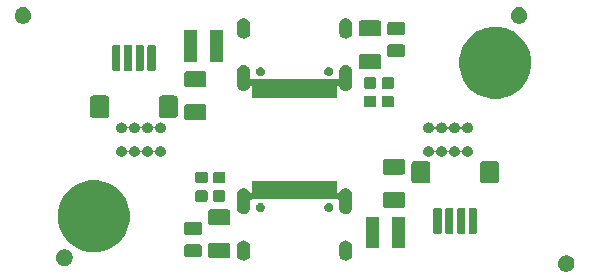
<source format=gbr>
G04 #@! TF.GenerationSoftware,KiCad,Pcbnew,(5.1.4)-1*
G04 #@! TF.CreationDate,2021-01-01T05:19:50-08:00*
G04 #@! TF.ProjectId,dboard,64626f61-7264-42e6-9b69-6361645f7063,rev?*
G04 #@! TF.SameCoordinates,Original*
G04 #@! TF.FileFunction,Soldermask,Bot*
G04 #@! TF.FilePolarity,Negative*
%FSLAX46Y46*%
G04 Gerber Fmt 4.6, Leading zero omitted, Abs format (unit mm)*
G04 Created by KiCad (PCBNEW (5.1.4)-1) date 2021-01-01 05:19:50*
%MOMM*%
%LPD*%
G04 APERTURE LIST*
%ADD10C,0.100000*%
G04 APERTURE END LIST*
D10*
G36*
X23204473Y-21825938D02*
G01*
X23332049Y-21878782D01*
X23446859Y-21955495D01*
X23544505Y-22053141D01*
X23621218Y-22167951D01*
X23674062Y-22295527D01*
X23701000Y-22430956D01*
X23701000Y-22569044D01*
X23674062Y-22704473D01*
X23621218Y-22832049D01*
X23544505Y-22946859D01*
X23446859Y-23044505D01*
X23332049Y-23121218D01*
X23204473Y-23174062D01*
X23069044Y-23201000D01*
X22930956Y-23201000D01*
X22795527Y-23174062D01*
X22667951Y-23121218D01*
X22553141Y-23044505D01*
X22455495Y-22946859D01*
X22378782Y-22832049D01*
X22325938Y-22704473D01*
X22299000Y-22569044D01*
X22299000Y-22430956D01*
X22325938Y-22295527D01*
X22378782Y-22167951D01*
X22455495Y-22053141D01*
X22553141Y-21955495D01*
X22667951Y-21878782D01*
X22795527Y-21825938D01*
X22930956Y-21799000D01*
X23069044Y-21799000D01*
X23204473Y-21825938D01*
X23204473Y-21825938D01*
G37*
G36*
X-19295527Y-21325938D02*
G01*
X-19167951Y-21378782D01*
X-19053141Y-21455495D01*
X-18955495Y-21553141D01*
X-18878782Y-21667951D01*
X-18825938Y-21795527D01*
X-18799000Y-21930956D01*
X-18799000Y-22069044D01*
X-18825938Y-22204473D01*
X-18878782Y-22332049D01*
X-18955495Y-22446859D01*
X-19053141Y-22544505D01*
X-19167951Y-22621218D01*
X-19295527Y-22674062D01*
X-19430956Y-22701000D01*
X-19569044Y-22701000D01*
X-19704473Y-22674062D01*
X-19832049Y-22621218D01*
X-19946859Y-22544505D01*
X-20044505Y-22446859D01*
X-20121218Y-22332049D01*
X-20174062Y-22204473D01*
X-20201000Y-22069044D01*
X-20201000Y-21930956D01*
X-20174062Y-21795527D01*
X-20121218Y-21667951D01*
X-20044505Y-21553141D01*
X-19946859Y-21455495D01*
X-19832049Y-21378782D01*
X-19704473Y-21325938D01*
X-19569044Y-21299000D01*
X-19430956Y-21299000D01*
X-19295527Y-21325938D01*
X-19295527Y-21325938D01*
G37*
G36*
X-4211985Y-20556973D02*
G01*
X-4108121Y-20588479D01*
X-4080945Y-20603005D01*
X-4012400Y-20639643D01*
X-3928499Y-20708499D01*
X-3859643Y-20792400D01*
X-3831838Y-20844420D01*
X-3808479Y-20888121D01*
X-3776973Y-20991985D01*
X-3769000Y-21072933D01*
X-3769000Y-21727067D01*
X-3776973Y-21808015D01*
X-3808479Y-21911879D01*
X-3859644Y-22007600D01*
X-3928499Y-22091501D01*
X-3997355Y-22148009D01*
X-4012401Y-22160357D01*
X-4064093Y-22187987D01*
X-4108122Y-22211521D01*
X-4211986Y-22243027D01*
X-4320000Y-22253666D01*
X-4428015Y-22243027D01*
X-4531879Y-22211521D01*
X-4575907Y-22187987D01*
X-4627599Y-22160357D01*
X-4640357Y-22149887D01*
X-4711501Y-22091501D01*
X-4780356Y-22007600D01*
X-4831521Y-21911878D01*
X-4863027Y-21808014D01*
X-4871000Y-21727066D01*
X-4871000Y-21072933D01*
X-4863027Y-20991985D01*
X-4831520Y-20888121D01*
X-4819731Y-20866065D01*
X-4780355Y-20792399D01*
X-4711500Y-20708499D01*
X-4627599Y-20639643D01*
X-4559054Y-20603005D01*
X-4531878Y-20588479D01*
X-4428014Y-20556973D01*
X-4320000Y-20546334D01*
X-4211985Y-20556973D01*
X-4211985Y-20556973D01*
G37*
G36*
X4428015Y-20556973D02*
G01*
X4531879Y-20588479D01*
X4559055Y-20603005D01*
X4627600Y-20639643D01*
X4711501Y-20708499D01*
X4780357Y-20792400D01*
X4808162Y-20844420D01*
X4831521Y-20888121D01*
X4863027Y-20991985D01*
X4871000Y-21072933D01*
X4871000Y-21727067D01*
X4863027Y-21808015D01*
X4831521Y-21911879D01*
X4780356Y-22007600D01*
X4711501Y-22091501D01*
X4642645Y-22148009D01*
X4627599Y-22160357D01*
X4575907Y-22187987D01*
X4531878Y-22211521D01*
X4428014Y-22243027D01*
X4320000Y-22253666D01*
X4211985Y-22243027D01*
X4108121Y-22211521D01*
X4064093Y-22187987D01*
X4012401Y-22160357D01*
X3999643Y-22149887D01*
X3928499Y-22091501D01*
X3859644Y-22007600D01*
X3808479Y-21911878D01*
X3776973Y-21808014D01*
X3769000Y-21727066D01*
X3769000Y-21072933D01*
X3776973Y-20991985D01*
X3808480Y-20888121D01*
X3820269Y-20866065D01*
X3859645Y-20792399D01*
X3928500Y-20708499D01*
X4012401Y-20639643D01*
X4080946Y-20603005D01*
X4108122Y-20588479D01*
X4211986Y-20556973D01*
X4320000Y-20546334D01*
X4428015Y-20556973D01*
X4428015Y-20556973D01*
G37*
G36*
X-5618896Y-20728347D02*
G01*
X-5582356Y-20739432D01*
X-5548679Y-20757433D01*
X-5519159Y-20781659D01*
X-5494933Y-20811179D01*
X-5476932Y-20844856D01*
X-5465847Y-20881396D01*
X-5461500Y-20925538D01*
X-5461500Y-21874462D01*
X-5465847Y-21918604D01*
X-5476932Y-21955144D01*
X-5494933Y-21988821D01*
X-5519159Y-22018341D01*
X-5548679Y-22042567D01*
X-5582356Y-22060568D01*
X-5618896Y-22071653D01*
X-5663038Y-22076000D01*
X-7111962Y-22076000D01*
X-7156104Y-22071653D01*
X-7192644Y-22060568D01*
X-7226321Y-22042567D01*
X-7255841Y-22018341D01*
X-7280067Y-21988821D01*
X-7298068Y-21955144D01*
X-7309153Y-21918604D01*
X-7313500Y-21874462D01*
X-7313500Y-20925538D01*
X-7309153Y-20881396D01*
X-7298068Y-20844856D01*
X-7280067Y-20811179D01*
X-7255841Y-20781659D01*
X-7226321Y-20757433D01*
X-7192644Y-20739432D01*
X-7156104Y-20728347D01*
X-7111962Y-20724000D01*
X-5663038Y-20724000D01*
X-5618896Y-20728347D01*
X-5618896Y-20728347D01*
G37*
G36*
X-8015532Y-20866065D02*
G01*
X-7976862Y-20877796D01*
X-7941223Y-20896846D01*
X-7909983Y-20922483D01*
X-7884346Y-20953723D01*
X-7865296Y-20989362D01*
X-7853565Y-21028032D01*
X-7849000Y-21074388D01*
X-7849000Y-21725612D01*
X-7853565Y-21771968D01*
X-7865296Y-21810638D01*
X-7884346Y-21846277D01*
X-7909983Y-21877517D01*
X-7941223Y-21903154D01*
X-7976862Y-21922204D01*
X-8015532Y-21933935D01*
X-8061888Y-21938500D01*
X-9138112Y-21938500D01*
X-9184468Y-21933935D01*
X-9223138Y-21922204D01*
X-9258777Y-21903154D01*
X-9290017Y-21877517D01*
X-9315654Y-21846277D01*
X-9334704Y-21810638D01*
X-9346435Y-21771968D01*
X-9351000Y-21725612D01*
X-9351000Y-21074388D01*
X-9346435Y-21028032D01*
X-9334704Y-20989362D01*
X-9315654Y-20953723D01*
X-9290017Y-20922483D01*
X-9258777Y-20896846D01*
X-9223138Y-20877796D01*
X-9184468Y-20866065D01*
X-9138112Y-20861500D01*
X-8061888Y-20861500D01*
X-8015532Y-20866065D01*
X-8015532Y-20866065D01*
G37*
G36*
X-16110057Y-15566248D02*
G01*
X-15554811Y-15796238D01*
X-15474821Y-15849686D01*
X-15055101Y-16130134D01*
X-14630134Y-16555101D01*
X-14505184Y-16742102D01*
X-14296238Y-17054811D01*
X-14066248Y-17610057D01*
X-13949000Y-18199501D01*
X-13949000Y-18800499D01*
X-14066248Y-19389943D01*
X-14296238Y-19945189D01*
X-14371834Y-20058326D01*
X-14630134Y-20444899D01*
X-15055101Y-20869866D01*
X-15291334Y-21027712D01*
X-15554811Y-21203762D01*
X-16110057Y-21433752D01*
X-16699501Y-21551000D01*
X-17300499Y-21551000D01*
X-17889943Y-21433752D01*
X-18445189Y-21203762D01*
X-18708666Y-21027712D01*
X-18944899Y-20869866D01*
X-19369866Y-20444899D01*
X-19628166Y-20058326D01*
X-19703762Y-19945189D01*
X-19933752Y-19389943D01*
X-20051000Y-18800499D01*
X-20051000Y-18199501D01*
X-19933752Y-17610057D01*
X-19703762Y-17054811D01*
X-19494816Y-16742102D01*
X-19369866Y-16555101D01*
X-18944899Y-16130134D01*
X-18525179Y-15849686D01*
X-18445189Y-15796238D01*
X-17889943Y-15566248D01*
X-17300499Y-15449000D01*
X-16699501Y-15449000D01*
X-16110057Y-15566248D01*
X-16110057Y-15566248D01*
G37*
G36*
X9381000Y-21226000D02*
G01*
X8219000Y-21226000D01*
X8219000Y-18574000D01*
X9381000Y-18574000D01*
X9381000Y-21226000D01*
X9381000Y-21226000D01*
G37*
G36*
X7181000Y-21226000D02*
G01*
X6019000Y-21226000D01*
X6019000Y-18574000D01*
X7181000Y-18574000D01*
X7181000Y-21226000D01*
X7181000Y-21226000D01*
G37*
G36*
X-8015532Y-18991065D02*
G01*
X-7976862Y-19002796D01*
X-7941223Y-19021846D01*
X-7909983Y-19047483D01*
X-7884346Y-19078723D01*
X-7865296Y-19114362D01*
X-7853565Y-19153032D01*
X-7849000Y-19199388D01*
X-7849000Y-19850612D01*
X-7853565Y-19896968D01*
X-7865296Y-19935638D01*
X-7884346Y-19971277D01*
X-7909983Y-20002517D01*
X-7941223Y-20028154D01*
X-7976862Y-20047204D01*
X-8015532Y-20058935D01*
X-8061888Y-20063500D01*
X-9138112Y-20063500D01*
X-9184468Y-20058935D01*
X-9223138Y-20047204D01*
X-9258777Y-20028154D01*
X-9290017Y-20002517D01*
X-9315654Y-19971277D01*
X-9334704Y-19935638D01*
X-9346435Y-19896968D01*
X-9351000Y-19850612D01*
X-9351000Y-19199388D01*
X-9346435Y-19153032D01*
X-9334704Y-19114362D01*
X-9315654Y-19078723D01*
X-9290017Y-19047483D01*
X-9258777Y-19021846D01*
X-9223138Y-19002796D01*
X-9184468Y-18991065D01*
X-9138112Y-18986500D01*
X-8061888Y-18986500D01*
X-8015532Y-18991065D01*
X-8015532Y-18991065D01*
G37*
G36*
X15359928Y-17826764D02*
G01*
X15381009Y-17833160D01*
X15400445Y-17843548D01*
X15417476Y-17857524D01*
X15431452Y-17874555D01*
X15441840Y-17893991D01*
X15448236Y-17915072D01*
X15451000Y-17943140D01*
X15451000Y-19856860D01*
X15448236Y-19884928D01*
X15441840Y-19906009D01*
X15431452Y-19925445D01*
X15417476Y-19942476D01*
X15400445Y-19956452D01*
X15381009Y-19966840D01*
X15359928Y-19973236D01*
X15331860Y-19976000D01*
X14868140Y-19976000D01*
X14840072Y-19973236D01*
X14818991Y-19966840D01*
X14799555Y-19956452D01*
X14782524Y-19942476D01*
X14768548Y-19925445D01*
X14758160Y-19906009D01*
X14751764Y-19884928D01*
X14749000Y-19856860D01*
X14749000Y-17943140D01*
X14751764Y-17915072D01*
X14758160Y-17893991D01*
X14768548Y-17874555D01*
X14782524Y-17857524D01*
X14799555Y-17843548D01*
X14818991Y-17833160D01*
X14840072Y-17826764D01*
X14868140Y-17824000D01*
X15331860Y-17824000D01*
X15359928Y-17826764D01*
X15359928Y-17826764D01*
G37*
G36*
X14359928Y-17826764D02*
G01*
X14381009Y-17833160D01*
X14400445Y-17843548D01*
X14417476Y-17857524D01*
X14431452Y-17874555D01*
X14441840Y-17893991D01*
X14448236Y-17915072D01*
X14451000Y-17943140D01*
X14451000Y-19856860D01*
X14448236Y-19884928D01*
X14441840Y-19906009D01*
X14431452Y-19925445D01*
X14417476Y-19942476D01*
X14400445Y-19956452D01*
X14381009Y-19966840D01*
X14359928Y-19973236D01*
X14331860Y-19976000D01*
X13868140Y-19976000D01*
X13840072Y-19973236D01*
X13818991Y-19966840D01*
X13799555Y-19956452D01*
X13782524Y-19942476D01*
X13768548Y-19925445D01*
X13758160Y-19906009D01*
X13751764Y-19884928D01*
X13749000Y-19856860D01*
X13749000Y-17943140D01*
X13751764Y-17915072D01*
X13758160Y-17893991D01*
X13768548Y-17874555D01*
X13782524Y-17857524D01*
X13799555Y-17843548D01*
X13818991Y-17833160D01*
X13840072Y-17826764D01*
X13868140Y-17824000D01*
X14331860Y-17824000D01*
X14359928Y-17826764D01*
X14359928Y-17826764D01*
G37*
G36*
X13359928Y-17826764D02*
G01*
X13381009Y-17833160D01*
X13400445Y-17843548D01*
X13417476Y-17857524D01*
X13431452Y-17874555D01*
X13441840Y-17893991D01*
X13448236Y-17915072D01*
X13451000Y-17943140D01*
X13451000Y-19856860D01*
X13448236Y-19884928D01*
X13441840Y-19906009D01*
X13431452Y-19925445D01*
X13417476Y-19942476D01*
X13400445Y-19956452D01*
X13381009Y-19966840D01*
X13359928Y-19973236D01*
X13331860Y-19976000D01*
X12868140Y-19976000D01*
X12840072Y-19973236D01*
X12818991Y-19966840D01*
X12799555Y-19956452D01*
X12782524Y-19942476D01*
X12768548Y-19925445D01*
X12758160Y-19906009D01*
X12751764Y-19884928D01*
X12749000Y-19856860D01*
X12749000Y-17943140D01*
X12751764Y-17915072D01*
X12758160Y-17893991D01*
X12768548Y-17874555D01*
X12782524Y-17857524D01*
X12799555Y-17843548D01*
X12818991Y-17833160D01*
X12840072Y-17826764D01*
X12868140Y-17824000D01*
X13331860Y-17824000D01*
X13359928Y-17826764D01*
X13359928Y-17826764D01*
G37*
G36*
X12359928Y-17826764D02*
G01*
X12381009Y-17833160D01*
X12400445Y-17843548D01*
X12417476Y-17857524D01*
X12431452Y-17874555D01*
X12441840Y-17893991D01*
X12448236Y-17915072D01*
X12451000Y-17943140D01*
X12451000Y-19856860D01*
X12448236Y-19884928D01*
X12441840Y-19906009D01*
X12431452Y-19925445D01*
X12417476Y-19942476D01*
X12400445Y-19956452D01*
X12381009Y-19966840D01*
X12359928Y-19973236D01*
X12331860Y-19976000D01*
X11868140Y-19976000D01*
X11840072Y-19973236D01*
X11818991Y-19966840D01*
X11799555Y-19956452D01*
X11782524Y-19942476D01*
X11768548Y-19925445D01*
X11758160Y-19906009D01*
X11751764Y-19884928D01*
X11749000Y-19856860D01*
X11749000Y-17943140D01*
X11751764Y-17915072D01*
X11758160Y-17893991D01*
X11768548Y-17874555D01*
X11782524Y-17857524D01*
X11799555Y-17843548D01*
X11818991Y-17833160D01*
X11840072Y-17826764D01*
X11868140Y-17824000D01*
X12331860Y-17824000D01*
X12359928Y-17826764D01*
X12359928Y-17826764D01*
G37*
G36*
X-5618896Y-17928347D02*
G01*
X-5582356Y-17939432D01*
X-5548679Y-17957433D01*
X-5519159Y-17981659D01*
X-5494933Y-18011179D01*
X-5476932Y-18044856D01*
X-5465847Y-18081396D01*
X-5461500Y-18125538D01*
X-5461500Y-19074462D01*
X-5465847Y-19118604D01*
X-5476932Y-19155144D01*
X-5494933Y-19188821D01*
X-5519159Y-19218341D01*
X-5548679Y-19242567D01*
X-5582356Y-19260568D01*
X-5618896Y-19271653D01*
X-5663038Y-19276000D01*
X-7111962Y-19276000D01*
X-7156104Y-19271653D01*
X-7192644Y-19260568D01*
X-7226321Y-19242567D01*
X-7255841Y-19218341D01*
X-7280067Y-19188821D01*
X-7298068Y-19155144D01*
X-7309153Y-19118604D01*
X-7313500Y-19074462D01*
X-7313500Y-18125538D01*
X-7309153Y-18081396D01*
X-7298068Y-18044856D01*
X-7280067Y-18011179D01*
X-7255841Y-17981659D01*
X-7226321Y-17957433D01*
X-7192644Y-17939432D01*
X-7156104Y-17928347D01*
X-7111962Y-17924000D01*
X-5663038Y-17924000D01*
X-5618896Y-17928347D01*
X-5618896Y-17928347D01*
G37*
G36*
X3576000Y-16394038D02*
G01*
X3578402Y-16418424D01*
X3585515Y-16441873D01*
X3597066Y-16463484D01*
X3612611Y-16482426D01*
X3631553Y-16497971D01*
X3653164Y-16509522D01*
X3676613Y-16516635D01*
X3700999Y-16519037D01*
X3725385Y-16516635D01*
X3748834Y-16509522D01*
X3770445Y-16497971D01*
X3789387Y-16482426D01*
X3804932Y-16463484D01*
X3811238Y-16452962D01*
X3811239Y-16452961D01*
X3835510Y-16407552D01*
X3859644Y-16362400D01*
X3928500Y-16278499D01*
X4012401Y-16209643D01*
X4080946Y-16173005D01*
X4108122Y-16158479D01*
X4211986Y-16126973D01*
X4320000Y-16116334D01*
X4428015Y-16126973D01*
X4531879Y-16158479D01*
X4559055Y-16173005D01*
X4627600Y-16209643D01*
X4711501Y-16278499D01*
X4780357Y-16362400D01*
X4804491Y-16407552D01*
X4831521Y-16458121D01*
X4863027Y-16561985D01*
X4871000Y-16642933D01*
X4871000Y-17797067D01*
X4863027Y-17878015D01*
X4831521Y-17981879D01*
X4815859Y-18011179D01*
X4795644Y-18049000D01*
X4780356Y-18077600D01*
X4711501Y-18161501D01*
X4671413Y-18194400D01*
X4627599Y-18230357D01*
X4575907Y-18257987D01*
X4531878Y-18281521D01*
X4428014Y-18313027D01*
X4320000Y-18323666D01*
X4211985Y-18313027D01*
X4108121Y-18281521D01*
X4064093Y-18257987D01*
X4012401Y-18230357D01*
X3990647Y-18212504D01*
X3928499Y-18161501D01*
X3859644Y-18077600D01*
X3808479Y-17981878D01*
X3776973Y-17878014D01*
X3769000Y-17797066D01*
X3769001Y-17205994D01*
X3766599Y-17181613D01*
X3759486Y-17158164D01*
X3747935Y-17136553D01*
X3732390Y-17117612D01*
X3713448Y-17102066D01*
X3691837Y-17090515D01*
X3668388Y-17083402D01*
X3644002Y-17081000D01*
X-3644001Y-17081000D01*
X-3668387Y-17083402D01*
X-3691836Y-17090515D01*
X-3713447Y-17102066D01*
X-3732389Y-17117611D01*
X-3747934Y-17136553D01*
X-3759485Y-17158164D01*
X-3766598Y-17181613D01*
X-3769000Y-17205999D01*
X-3769000Y-17797067D01*
X-3776973Y-17878015D01*
X-3808479Y-17981879D01*
X-3824141Y-18011179D01*
X-3844356Y-18049000D01*
X-3859644Y-18077600D01*
X-3928499Y-18161501D01*
X-3968587Y-18194400D01*
X-4012401Y-18230357D01*
X-4064093Y-18257987D01*
X-4108122Y-18281521D01*
X-4211986Y-18313027D01*
X-4320000Y-18323666D01*
X-4428015Y-18313027D01*
X-4531879Y-18281521D01*
X-4575907Y-18257987D01*
X-4627599Y-18230357D01*
X-4649353Y-18212504D01*
X-4711501Y-18161501D01*
X-4780356Y-18077600D01*
X-4831521Y-17981878D01*
X-4863027Y-17878014D01*
X-4871000Y-17797066D01*
X-4870999Y-16642933D01*
X-4863026Y-16561985D01*
X-4831520Y-16458121D01*
X-4804490Y-16407552D01*
X-4780356Y-16362400D01*
X-4711500Y-16278499D01*
X-4627599Y-16209643D01*
X-4559054Y-16173005D01*
X-4531878Y-16158479D01*
X-4428014Y-16126973D01*
X-4320000Y-16116334D01*
X-4211985Y-16126973D01*
X-4108121Y-16158479D01*
X-4080945Y-16173005D01*
X-4012400Y-16209643D01*
X-3928499Y-16278499D01*
X-3867636Y-16352661D01*
X-3859644Y-16362400D01*
X-3811230Y-16452975D01*
X-3797625Y-16473335D01*
X-3780298Y-16490662D01*
X-3759924Y-16504276D01*
X-3737285Y-16513653D01*
X-3713252Y-16518434D01*
X-3688748Y-16518434D01*
X-3664714Y-16513654D01*
X-3642075Y-16504277D01*
X-3621701Y-16490663D01*
X-3604374Y-16473336D01*
X-3590760Y-16452962D01*
X-3581383Y-16430323D01*
X-3576602Y-16406290D01*
X-3576000Y-16394037D01*
X-3576000Y-15529000D01*
X3576000Y-15529000D01*
X3576000Y-16394038D01*
X3576000Y-16394038D01*
G37*
G36*
X2999672Y-17388449D02*
G01*
X2999674Y-17388450D01*
X2999675Y-17388450D01*
X3068103Y-17416793D01*
X3129686Y-17457942D01*
X3182058Y-17510314D01*
X3223207Y-17571897D01*
X3242553Y-17618604D01*
X3251551Y-17640328D01*
X3266000Y-17712966D01*
X3266000Y-17787034D01*
X3256825Y-17833160D01*
X3251550Y-17859675D01*
X3223207Y-17928103D01*
X3182058Y-17989686D01*
X3129686Y-18042058D01*
X3068103Y-18083207D01*
X2999675Y-18111550D01*
X2999674Y-18111550D01*
X2999672Y-18111551D01*
X2927034Y-18126000D01*
X2852966Y-18126000D01*
X2780328Y-18111551D01*
X2780326Y-18111550D01*
X2780325Y-18111550D01*
X2711897Y-18083207D01*
X2650314Y-18042058D01*
X2597942Y-17989686D01*
X2556793Y-17928103D01*
X2528450Y-17859675D01*
X2523176Y-17833160D01*
X2514000Y-17787034D01*
X2514000Y-17712966D01*
X2528449Y-17640328D01*
X2537447Y-17618604D01*
X2556793Y-17571897D01*
X2597942Y-17510314D01*
X2650314Y-17457942D01*
X2711897Y-17416793D01*
X2780325Y-17388450D01*
X2780326Y-17388450D01*
X2780328Y-17388449D01*
X2852966Y-17374000D01*
X2927034Y-17374000D01*
X2999672Y-17388449D01*
X2999672Y-17388449D01*
G37*
G36*
X-2780328Y-17388449D02*
G01*
X-2780326Y-17388450D01*
X-2780325Y-17388450D01*
X-2711897Y-17416793D01*
X-2650314Y-17457942D01*
X-2597942Y-17510314D01*
X-2556793Y-17571897D01*
X-2537447Y-17618604D01*
X-2528449Y-17640328D01*
X-2514000Y-17712966D01*
X-2514000Y-17787034D01*
X-2523175Y-17833160D01*
X-2528450Y-17859675D01*
X-2556793Y-17928103D01*
X-2597942Y-17989686D01*
X-2650314Y-18042058D01*
X-2711897Y-18083207D01*
X-2780325Y-18111550D01*
X-2780326Y-18111550D01*
X-2780328Y-18111551D01*
X-2852966Y-18126000D01*
X-2927034Y-18126000D01*
X-2999672Y-18111551D01*
X-2999674Y-18111550D01*
X-2999675Y-18111550D01*
X-3068103Y-18083207D01*
X-3129686Y-18042058D01*
X-3182058Y-17989686D01*
X-3223207Y-17928103D01*
X-3251550Y-17859675D01*
X-3256824Y-17833160D01*
X-3266000Y-17787034D01*
X-3266000Y-17712966D01*
X-3251551Y-17640328D01*
X-3242553Y-17618604D01*
X-3223207Y-17571897D01*
X-3182058Y-17510314D01*
X-3129686Y-17457942D01*
X-3068103Y-17416793D01*
X-2999675Y-17388450D01*
X-2999674Y-17388450D01*
X-2999672Y-17388449D01*
X-2927034Y-17374000D01*
X-2852966Y-17374000D01*
X-2780328Y-17388449D01*
X-2780328Y-17388449D01*
G37*
G36*
X9168604Y-16428347D02*
G01*
X9205144Y-16439432D01*
X9238821Y-16457433D01*
X9268341Y-16481659D01*
X9292567Y-16511179D01*
X9310568Y-16544856D01*
X9321653Y-16581396D01*
X9326000Y-16625538D01*
X9326000Y-17574462D01*
X9321653Y-17618604D01*
X9310568Y-17655144D01*
X9292567Y-17688821D01*
X9268341Y-17718341D01*
X9238821Y-17742567D01*
X9205144Y-17760568D01*
X9168604Y-17771653D01*
X9124462Y-17776000D01*
X7675538Y-17776000D01*
X7631396Y-17771653D01*
X7594856Y-17760568D01*
X7561179Y-17742567D01*
X7531659Y-17718341D01*
X7507433Y-17688821D01*
X7489432Y-17655144D01*
X7478347Y-17618604D01*
X7474000Y-17574462D01*
X7474000Y-16625538D01*
X7478347Y-16581396D01*
X7489432Y-16544856D01*
X7507433Y-16511179D01*
X7531659Y-16481659D01*
X7561179Y-16457433D01*
X7594856Y-16439432D01*
X7631396Y-16428347D01*
X7675538Y-16424000D01*
X9124462Y-16424000D01*
X9168604Y-16428347D01*
X9168604Y-16428347D01*
G37*
G36*
X-6007909Y-16303085D02*
G01*
X-5973931Y-16313393D01*
X-5942610Y-16330134D01*
X-5915161Y-16352661D01*
X-5892634Y-16380110D01*
X-5875893Y-16411431D01*
X-5865585Y-16445409D01*
X-5861500Y-16486890D01*
X-5861500Y-17088110D01*
X-5865585Y-17129591D01*
X-5875893Y-17163569D01*
X-5892634Y-17194890D01*
X-5915161Y-17222339D01*
X-5942610Y-17244866D01*
X-5973931Y-17261607D01*
X-6007909Y-17271915D01*
X-6049390Y-17276000D01*
X-6725610Y-17276000D01*
X-6767091Y-17271915D01*
X-6801069Y-17261607D01*
X-6832390Y-17244866D01*
X-6859839Y-17222339D01*
X-6882366Y-17194890D01*
X-6899107Y-17163569D01*
X-6909415Y-17129591D01*
X-6913500Y-17088110D01*
X-6913500Y-16486890D01*
X-6909415Y-16445409D01*
X-6899107Y-16411431D01*
X-6882366Y-16380110D01*
X-6859839Y-16352661D01*
X-6832390Y-16330134D01*
X-6801069Y-16313393D01*
X-6767091Y-16303085D01*
X-6725610Y-16299000D01*
X-6049390Y-16299000D01*
X-6007909Y-16303085D01*
X-6007909Y-16303085D01*
G37*
G36*
X-7507909Y-16303085D02*
G01*
X-7473931Y-16313393D01*
X-7442610Y-16330134D01*
X-7415161Y-16352661D01*
X-7392634Y-16380110D01*
X-7375893Y-16411431D01*
X-7365585Y-16445409D01*
X-7361500Y-16486890D01*
X-7361500Y-17088110D01*
X-7365585Y-17129591D01*
X-7375893Y-17163569D01*
X-7392634Y-17194890D01*
X-7415161Y-17222339D01*
X-7442610Y-17244866D01*
X-7473931Y-17261607D01*
X-7507909Y-17271915D01*
X-7549390Y-17276000D01*
X-8225610Y-17276000D01*
X-8267091Y-17271915D01*
X-8301069Y-17261607D01*
X-8332390Y-17244866D01*
X-8359839Y-17222339D01*
X-8382366Y-17194890D01*
X-8399107Y-17163569D01*
X-8409415Y-17129591D01*
X-8413500Y-17088110D01*
X-8413500Y-16486890D01*
X-8409415Y-16445409D01*
X-8399107Y-16411431D01*
X-8382366Y-16380110D01*
X-8359839Y-16352661D01*
X-8332390Y-16330134D01*
X-8301069Y-16313393D01*
X-8267091Y-16303085D01*
X-8225610Y-16299000D01*
X-7549390Y-16299000D01*
X-7507909Y-16303085D01*
X-7507909Y-16303085D01*
G37*
G36*
X11291433Y-13829593D02*
G01*
X11340131Y-13844366D01*
X11385017Y-13868358D01*
X11424357Y-13900643D01*
X11456642Y-13939983D01*
X11480634Y-13984869D01*
X11495407Y-14033567D01*
X11501000Y-14090356D01*
X11501000Y-15459644D01*
X11495407Y-15516433D01*
X11480634Y-15565131D01*
X11456642Y-15610017D01*
X11424357Y-15649357D01*
X11385017Y-15681642D01*
X11340131Y-15705634D01*
X11291433Y-15720407D01*
X11234644Y-15726000D01*
X10165356Y-15726000D01*
X10108567Y-15720407D01*
X10059869Y-15705634D01*
X10014983Y-15681642D01*
X9975643Y-15649357D01*
X9943358Y-15610017D01*
X9919366Y-15565131D01*
X9904593Y-15516433D01*
X9899000Y-15459644D01*
X9899000Y-14090356D01*
X9904593Y-14033567D01*
X9919366Y-13984869D01*
X9943358Y-13939983D01*
X9975643Y-13900643D01*
X10014983Y-13868358D01*
X10059869Y-13844366D01*
X10108567Y-13829593D01*
X10165356Y-13824000D01*
X11234644Y-13824000D01*
X11291433Y-13829593D01*
X11291433Y-13829593D01*
G37*
G36*
X17091433Y-13829593D02*
G01*
X17140131Y-13844366D01*
X17185017Y-13868358D01*
X17224357Y-13900643D01*
X17256642Y-13939983D01*
X17280634Y-13984869D01*
X17295407Y-14033567D01*
X17301000Y-14090356D01*
X17301000Y-15459644D01*
X17295407Y-15516433D01*
X17280634Y-15565131D01*
X17256642Y-15610017D01*
X17224357Y-15649357D01*
X17185017Y-15681642D01*
X17140131Y-15705634D01*
X17091433Y-15720407D01*
X17034644Y-15726000D01*
X15965356Y-15726000D01*
X15908567Y-15720407D01*
X15859869Y-15705634D01*
X15814983Y-15681642D01*
X15775643Y-15649357D01*
X15743358Y-15610017D01*
X15719366Y-15565131D01*
X15704593Y-15516433D01*
X15699000Y-15459644D01*
X15699000Y-14090356D01*
X15704593Y-14033567D01*
X15719366Y-13984869D01*
X15743358Y-13939983D01*
X15775643Y-13900643D01*
X15814983Y-13868358D01*
X15859869Y-13844366D01*
X15908567Y-13829593D01*
X15965356Y-13824000D01*
X17034644Y-13824000D01*
X17091433Y-13829593D01*
X17091433Y-13829593D01*
G37*
G36*
X-6007909Y-14728085D02*
G01*
X-5973931Y-14738393D01*
X-5942610Y-14755134D01*
X-5915161Y-14777661D01*
X-5892634Y-14805110D01*
X-5875893Y-14836431D01*
X-5865585Y-14870409D01*
X-5861500Y-14911890D01*
X-5861500Y-15513110D01*
X-5865585Y-15554591D01*
X-5875893Y-15588569D01*
X-5892634Y-15619890D01*
X-5915161Y-15647339D01*
X-5942610Y-15669866D01*
X-5973931Y-15686607D01*
X-6007909Y-15696915D01*
X-6049390Y-15701000D01*
X-6725610Y-15701000D01*
X-6767091Y-15696915D01*
X-6801069Y-15686607D01*
X-6832390Y-15669866D01*
X-6859839Y-15647339D01*
X-6882366Y-15619890D01*
X-6899107Y-15588569D01*
X-6909415Y-15554591D01*
X-6913500Y-15513110D01*
X-6913500Y-14911890D01*
X-6909415Y-14870409D01*
X-6899107Y-14836431D01*
X-6882366Y-14805110D01*
X-6859839Y-14777661D01*
X-6832390Y-14755134D01*
X-6801069Y-14738393D01*
X-6767091Y-14728085D01*
X-6725610Y-14724000D01*
X-6049390Y-14724000D01*
X-6007909Y-14728085D01*
X-6007909Y-14728085D01*
G37*
G36*
X-7507909Y-14728085D02*
G01*
X-7473931Y-14738393D01*
X-7442610Y-14755134D01*
X-7415161Y-14777661D01*
X-7392634Y-14805110D01*
X-7375893Y-14836431D01*
X-7365585Y-14870409D01*
X-7361500Y-14911890D01*
X-7361500Y-15513110D01*
X-7365585Y-15554591D01*
X-7375893Y-15588569D01*
X-7392634Y-15619890D01*
X-7415161Y-15647339D01*
X-7442610Y-15669866D01*
X-7473931Y-15686607D01*
X-7507909Y-15696915D01*
X-7549390Y-15701000D01*
X-8225610Y-15701000D01*
X-8267091Y-15696915D01*
X-8301069Y-15686607D01*
X-8332390Y-15669866D01*
X-8359839Y-15647339D01*
X-8382366Y-15619890D01*
X-8399107Y-15588569D01*
X-8409415Y-15554591D01*
X-8413500Y-15513110D01*
X-8413500Y-14911890D01*
X-8409415Y-14870409D01*
X-8399107Y-14836431D01*
X-8382366Y-14805110D01*
X-8359839Y-14777661D01*
X-8332390Y-14755134D01*
X-8301069Y-14738393D01*
X-8267091Y-14728085D01*
X-8225610Y-14724000D01*
X-7549390Y-14724000D01*
X-7507909Y-14728085D01*
X-7507909Y-14728085D01*
G37*
G36*
X9168604Y-13628347D02*
G01*
X9205144Y-13639432D01*
X9238821Y-13657433D01*
X9268341Y-13681659D01*
X9292567Y-13711179D01*
X9310568Y-13744856D01*
X9321653Y-13781396D01*
X9326000Y-13825538D01*
X9326000Y-14774462D01*
X9321653Y-14818604D01*
X9310568Y-14855144D01*
X9292567Y-14888821D01*
X9268341Y-14918341D01*
X9238821Y-14942567D01*
X9205144Y-14960568D01*
X9168604Y-14971653D01*
X9124462Y-14976000D01*
X7675538Y-14976000D01*
X7631396Y-14971653D01*
X7594856Y-14960568D01*
X7561179Y-14942567D01*
X7531659Y-14918341D01*
X7507433Y-14888821D01*
X7489432Y-14855144D01*
X7478347Y-14818604D01*
X7474000Y-14774462D01*
X7474000Y-13825538D01*
X7478347Y-13781396D01*
X7489432Y-13744856D01*
X7507433Y-13711179D01*
X7531659Y-13681659D01*
X7561179Y-13657433D01*
X7594856Y-13639432D01*
X7631396Y-13628347D01*
X7675538Y-13624000D01*
X9124462Y-13624000D01*
X9168604Y-13628347D01*
X9168604Y-13628347D01*
G37*
G36*
X-14518448Y-12566331D02*
G01*
X-14436373Y-12600328D01*
X-14436371Y-12600329D01*
X-14399187Y-12625175D01*
X-14362505Y-12649685D01*
X-14299685Y-12712505D01*
X-14250328Y-12786373D01*
X-14215484Y-12870493D01*
X-14203933Y-12892104D01*
X-14188387Y-12911046D01*
X-14169445Y-12926591D01*
X-14147835Y-12938142D01*
X-14124386Y-12945255D01*
X-14100000Y-12947657D01*
X-14075614Y-12945255D01*
X-14052165Y-12938142D01*
X-14030554Y-12926591D01*
X-14011612Y-12911045D01*
X-13996067Y-12892103D01*
X-13984516Y-12870493D01*
X-13949672Y-12786373D01*
X-13900315Y-12712505D01*
X-13837495Y-12649685D01*
X-13800813Y-12625175D01*
X-13763629Y-12600329D01*
X-13763627Y-12600328D01*
X-13681552Y-12566331D01*
X-13594421Y-12549000D01*
X-13505579Y-12549000D01*
X-13418448Y-12566331D01*
X-13336373Y-12600328D01*
X-13336371Y-12600329D01*
X-13299187Y-12625175D01*
X-13262505Y-12649685D01*
X-13199685Y-12712505D01*
X-13150328Y-12786373D01*
X-13115484Y-12870493D01*
X-13103933Y-12892104D01*
X-13088387Y-12911046D01*
X-13069445Y-12926591D01*
X-13047835Y-12938142D01*
X-13024386Y-12945255D01*
X-13000000Y-12947657D01*
X-12975614Y-12945255D01*
X-12952165Y-12938142D01*
X-12930554Y-12926591D01*
X-12911612Y-12911045D01*
X-12896067Y-12892103D01*
X-12884516Y-12870493D01*
X-12849672Y-12786373D01*
X-12800315Y-12712505D01*
X-12737495Y-12649685D01*
X-12700813Y-12625175D01*
X-12663629Y-12600329D01*
X-12663627Y-12600328D01*
X-12581552Y-12566331D01*
X-12494421Y-12549000D01*
X-12405579Y-12549000D01*
X-12318448Y-12566331D01*
X-12236373Y-12600328D01*
X-12236371Y-12600329D01*
X-12199187Y-12625175D01*
X-12162505Y-12649685D01*
X-12099685Y-12712505D01*
X-12050328Y-12786373D01*
X-12015484Y-12870493D01*
X-12003933Y-12892104D01*
X-11988387Y-12911046D01*
X-11969445Y-12926591D01*
X-11947835Y-12938142D01*
X-11924386Y-12945255D01*
X-11900000Y-12947657D01*
X-11875614Y-12945255D01*
X-11852165Y-12938142D01*
X-11830554Y-12926591D01*
X-11811612Y-12911045D01*
X-11796067Y-12892103D01*
X-11784516Y-12870493D01*
X-11749672Y-12786373D01*
X-11700315Y-12712505D01*
X-11637495Y-12649685D01*
X-11600813Y-12625175D01*
X-11563629Y-12600329D01*
X-11563627Y-12600328D01*
X-11481552Y-12566331D01*
X-11394421Y-12549000D01*
X-11305579Y-12549000D01*
X-11218448Y-12566331D01*
X-11136373Y-12600328D01*
X-11136371Y-12600329D01*
X-11099187Y-12625175D01*
X-11062505Y-12649685D01*
X-10999685Y-12712505D01*
X-10950328Y-12786373D01*
X-10916331Y-12868448D01*
X-10899000Y-12955579D01*
X-10899000Y-13044421D01*
X-10916331Y-13131552D01*
X-10950328Y-13213627D01*
X-10950329Y-13213629D01*
X-10999686Y-13287496D01*
X-11062504Y-13350314D01*
X-11136371Y-13399671D01*
X-11136372Y-13399672D01*
X-11136373Y-13399672D01*
X-11218448Y-13433669D01*
X-11305579Y-13451000D01*
X-11394421Y-13451000D01*
X-11481552Y-13433669D01*
X-11563627Y-13399672D01*
X-11563628Y-13399672D01*
X-11563629Y-13399671D01*
X-11637496Y-13350314D01*
X-11700314Y-13287496D01*
X-11749671Y-13213629D01*
X-11749672Y-13213627D01*
X-11784516Y-13129507D01*
X-11796067Y-13107896D01*
X-11811613Y-13088954D01*
X-11830555Y-13073409D01*
X-11852165Y-13061858D01*
X-11875614Y-13054745D01*
X-11900000Y-13052343D01*
X-11924386Y-13054745D01*
X-11947835Y-13061858D01*
X-11969446Y-13073409D01*
X-11988388Y-13088955D01*
X-12003933Y-13107897D01*
X-12015484Y-13129507D01*
X-12050328Y-13213627D01*
X-12050329Y-13213629D01*
X-12099686Y-13287496D01*
X-12162504Y-13350314D01*
X-12236371Y-13399671D01*
X-12236372Y-13399672D01*
X-12236373Y-13399672D01*
X-12318448Y-13433669D01*
X-12405579Y-13451000D01*
X-12494421Y-13451000D01*
X-12581552Y-13433669D01*
X-12663627Y-13399672D01*
X-12663628Y-13399672D01*
X-12663629Y-13399671D01*
X-12737496Y-13350314D01*
X-12800314Y-13287496D01*
X-12849671Y-13213629D01*
X-12849672Y-13213627D01*
X-12884516Y-13129507D01*
X-12896067Y-13107896D01*
X-12911613Y-13088954D01*
X-12930555Y-13073409D01*
X-12952165Y-13061858D01*
X-12975614Y-13054745D01*
X-13000000Y-13052343D01*
X-13024386Y-13054745D01*
X-13047835Y-13061858D01*
X-13069446Y-13073409D01*
X-13088388Y-13088955D01*
X-13103933Y-13107897D01*
X-13115484Y-13129507D01*
X-13150328Y-13213627D01*
X-13150329Y-13213629D01*
X-13199686Y-13287496D01*
X-13262504Y-13350314D01*
X-13336371Y-13399671D01*
X-13336372Y-13399672D01*
X-13336373Y-13399672D01*
X-13418448Y-13433669D01*
X-13505579Y-13451000D01*
X-13594421Y-13451000D01*
X-13681552Y-13433669D01*
X-13763627Y-13399672D01*
X-13763628Y-13399672D01*
X-13763629Y-13399671D01*
X-13837496Y-13350314D01*
X-13900314Y-13287496D01*
X-13949671Y-13213629D01*
X-13949672Y-13213627D01*
X-13984516Y-13129507D01*
X-13996067Y-13107896D01*
X-14011613Y-13088954D01*
X-14030555Y-13073409D01*
X-14052165Y-13061858D01*
X-14075614Y-13054745D01*
X-14100000Y-13052343D01*
X-14124386Y-13054745D01*
X-14147835Y-13061858D01*
X-14169446Y-13073409D01*
X-14188388Y-13088955D01*
X-14203933Y-13107897D01*
X-14215484Y-13129507D01*
X-14250328Y-13213627D01*
X-14250329Y-13213629D01*
X-14299686Y-13287496D01*
X-14362504Y-13350314D01*
X-14436371Y-13399671D01*
X-14436372Y-13399672D01*
X-14436373Y-13399672D01*
X-14518448Y-13433669D01*
X-14605579Y-13451000D01*
X-14694421Y-13451000D01*
X-14781552Y-13433669D01*
X-14863627Y-13399672D01*
X-14863628Y-13399672D01*
X-14863629Y-13399671D01*
X-14937496Y-13350314D01*
X-15000314Y-13287496D01*
X-15049671Y-13213629D01*
X-15049672Y-13213627D01*
X-15083669Y-13131552D01*
X-15101000Y-13044421D01*
X-15101000Y-12955579D01*
X-15083669Y-12868448D01*
X-15049672Y-12786373D01*
X-15000315Y-12712505D01*
X-14937495Y-12649685D01*
X-14900813Y-12625175D01*
X-14863629Y-12600329D01*
X-14863627Y-12600328D01*
X-14781552Y-12566331D01*
X-14694421Y-12549000D01*
X-14605579Y-12549000D01*
X-14518448Y-12566331D01*
X-14518448Y-12566331D01*
G37*
G36*
X11481552Y-12566331D02*
G01*
X11563627Y-12600328D01*
X11563629Y-12600329D01*
X11600813Y-12625175D01*
X11637495Y-12649685D01*
X11700315Y-12712505D01*
X11749672Y-12786373D01*
X11784516Y-12870493D01*
X11796067Y-12892104D01*
X11811613Y-12911046D01*
X11830555Y-12926591D01*
X11852165Y-12938142D01*
X11875614Y-12945255D01*
X11900000Y-12947657D01*
X11924386Y-12945255D01*
X11947835Y-12938142D01*
X11969446Y-12926591D01*
X11988388Y-12911045D01*
X12003933Y-12892103D01*
X12015484Y-12870493D01*
X12050328Y-12786373D01*
X12099685Y-12712505D01*
X12162505Y-12649685D01*
X12199187Y-12625175D01*
X12236371Y-12600329D01*
X12236373Y-12600328D01*
X12318448Y-12566331D01*
X12405579Y-12549000D01*
X12494421Y-12549000D01*
X12581552Y-12566331D01*
X12663627Y-12600328D01*
X12663629Y-12600329D01*
X12700813Y-12625175D01*
X12737495Y-12649685D01*
X12800315Y-12712505D01*
X12849672Y-12786373D01*
X12884516Y-12870493D01*
X12896067Y-12892104D01*
X12911613Y-12911046D01*
X12930555Y-12926591D01*
X12952165Y-12938142D01*
X12975614Y-12945255D01*
X13000000Y-12947657D01*
X13024386Y-12945255D01*
X13047835Y-12938142D01*
X13069446Y-12926591D01*
X13088388Y-12911045D01*
X13103933Y-12892103D01*
X13115484Y-12870493D01*
X13150328Y-12786373D01*
X13199685Y-12712505D01*
X13262505Y-12649685D01*
X13299187Y-12625175D01*
X13336371Y-12600329D01*
X13336373Y-12600328D01*
X13418448Y-12566331D01*
X13505579Y-12549000D01*
X13594421Y-12549000D01*
X13681552Y-12566331D01*
X13763627Y-12600328D01*
X13763629Y-12600329D01*
X13800813Y-12625175D01*
X13837495Y-12649685D01*
X13900315Y-12712505D01*
X13949672Y-12786373D01*
X13984516Y-12870493D01*
X13996067Y-12892104D01*
X14011613Y-12911046D01*
X14030555Y-12926591D01*
X14052165Y-12938142D01*
X14075614Y-12945255D01*
X14100000Y-12947657D01*
X14124386Y-12945255D01*
X14147835Y-12938142D01*
X14169446Y-12926591D01*
X14188388Y-12911045D01*
X14203933Y-12892103D01*
X14215484Y-12870493D01*
X14250328Y-12786373D01*
X14299685Y-12712505D01*
X14362505Y-12649685D01*
X14399187Y-12625175D01*
X14436371Y-12600329D01*
X14436373Y-12600328D01*
X14518448Y-12566331D01*
X14605579Y-12549000D01*
X14694421Y-12549000D01*
X14781552Y-12566331D01*
X14863627Y-12600328D01*
X14863629Y-12600329D01*
X14900813Y-12625175D01*
X14937495Y-12649685D01*
X15000315Y-12712505D01*
X15049672Y-12786373D01*
X15083669Y-12868448D01*
X15101000Y-12955579D01*
X15101000Y-13044421D01*
X15083669Y-13131552D01*
X15049672Y-13213627D01*
X15049671Y-13213629D01*
X15000314Y-13287496D01*
X14937496Y-13350314D01*
X14863629Y-13399671D01*
X14863628Y-13399672D01*
X14863627Y-13399672D01*
X14781552Y-13433669D01*
X14694421Y-13451000D01*
X14605579Y-13451000D01*
X14518448Y-13433669D01*
X14436373Y-13399672D01*
X14436372Y-13399672D01*
X14436371Y-13399671D01*
X14362504Y-13350314D01*
X14299686Y-13287496D01*
X14250329Y-13213629D01*
X14250328Y-13213627D01*
X14215484Y-13129507D01*
X14203933Y-13107896D01*
X14188387Y-13088954D01*
X14169445Y-13073409D01*
X14147835Y-13061858D01*
X14124386Y-13054745D01*
X14100000Y-13052343D01*
X14075614Y-13054745D01*
X14052165Y-13061858D01*
X14030554Y-13073409D01*
X14011612Y-13088955D01*
X13996067Y-13107897D01*
X13984516Y-13129507D01*
X13949672Y-13213627D01*
X13949671Y-13213629D01*
X13900314Y-13287496D01*
X13837496Y-13350314D01*
X13763629Y-13399671D01*
X13763628Y-13399672D01*
X13763627Y-13399672D01*
X13681552Y-13433669D01*
X13594421Y-13451000D01*
X13505579Y-13451000D01*
X13418448Y-13433669D01*
X13336373Y-13399672D01*
X13336372Y-13399672D01*
X13336371Y-13399671D01*
X13262504Y-13350314D01*
X13199686Y-13287496D01*
X13150329Y-13213629D01*
X13150328Y-13213627D01*
X13115484Y-13129507D01*
X13103933Y-13107896D01*
X13088387Y-13088954D01*
X13069445Y-13073409D01*
X13047835Y-13061858D01*
X13024386Y-13054745D01*
X13000000Y-13052343D01*
X12975614Y-13054745D01*
X12952165Y-13061858D01*
X12930554Y-13073409D01*
X12911612Y-13088955D01*
X12896067Y-13107897D01*
X12884516Y-13129507D01*
X12849672Y-13213627D01*
X12849671Y-13213629D01*
X12800314Y-13287496D01*
X12737496Y-13350314D01*
X12663629Y-13399671D01*
X12663628Y-13399672D01*
X12663627Y-13399672D01*
X12581552Y-13433669D01*
X12494421Y-13451000D01*
X12405579Y-13451000D01*
X12318448Y-13433669D01*
X12236373Y-13399672D01*
X12236372Y-13399672D01*
X12236371Y-13399671D01*
X12162504Y-13350314D01*
X12099686Y-13287496D01*
X12050329Y-13213629D01*
X12050328Y-13213627D01*
X12015484Y-13129507D01*
X12003933Y-13107896D01*
X11988387Y-13088954D01*
X11969445Y-13073409D01*
X11947835Y-13061858D01*
X11924386Y-13054745D01*
X11900000Y-13052343D01*
X11875614Y-13054745D01*
X11852165Y-13061858D01*
X11830554Y-13073409D01*
X11811612Y-13088955D01*
X11796067Y-13107897D01*
X11784516Y-13129507D01*
X11749672Y-13213627D01*
X11749671Y-13213629D01*
X11700314Y-13287496D01*
X11637496Y-13350314D01*
X11563629Y-13399671D01*
X11563628Y-13399672D01*
X11563627Y-13399672D01*
X11481552Y-13433669D01*
X11394421Y-13451000D01*
X11305579Y-13451000D01*
X11218448Y-13433669D01*
X11136373Y-13399672D01*
X11136372Y-13399672D01*
X11136371Y-13399671D01*
X11062504Y-13350314D01*
X10999686Y-13287496D01*
X10950329Y-13213629D01*
X10950328Y-13213627D01*
X10916331Y-13131552D01*
X10899000Y-13044421D01*
X10899000Y-12955579D01*
X10916331Y-12868448D01*
X10950328Y-12786373D01*
X10999685Y-12712505D01*
X11062505Y-12649685D01*
X11099187Y-12625175D01*
X11136371Y-12600329D01*
X11136373Y-12600328D01*
X11218448Y-12566331D01*
X11305579Y-12549000D01*
X11394421Y-12549000D01*
X11481552Y-12566331D01*
X11481552Y-12566331D01*
G37*
G36*
X-14518448Y-10566331D02*
G01*
X-14436373Y-10600328D01*
X-14436371Y-10600329D01*
X-14399187Y-10625175D01*
X-14362505Y-10649685D01*
X-14299685Y-10712505D01*
X-14250328Y-10786373D01*
X-14215484Y-10870493D01*
X-14203933Y-10892104D01*
X-14188387Y-10911046D01*
X-14169445Y-10926591D01*
X-14147835Y-10938142D01*
X-14124386Y-10945255D01*
X-14100000Y-10947657D01*
X-14075614Y-10945255D01*
X-14052165Y-10938142D01*
X-14030554Y-10926591D01*
X-14011612Y-10911045D01*
X-13996067Y-10892103D01*
X-13984516Y-10870493D01*
X-13949672Y-10786373D01*
X-13900315Y-10712505D01*
X-13837495Y-10649685D01*
X-13800813Y-10625175D01*
X-13763629Y-10600329D01*
X-13763627Y-10600328D01*
X-13681552Y-10566331D01*
X-13594421Y-10549000D01*
X-13505579Y-10549000D01*
X-13418448Y-10566331D01*
X-13336373Y-10600328D01*
X-13336371Y-10600329D01*
X-13299187Y-10625175D01*
X-13262505Y-10649685D01*
X-13199685Y-10712505D01*
X-13150328Y-10786373D01*
X-13115484Y-10870493D01*
X-13103933Y-10892104D01*
X-13088387Y-10911046D01*
X-13069445Y-10926591D01*
X-13047835Y-10938142D01*
X-13024386Y-10945255D01*
X-13000000Y-10947657D01*
X-12975614Y-10945255D01*
X-12952165Y-10938142D01*
X-12930554Y-10926591D01*
X-12911612Y-10911045D01*
X-12896067Y-10892103D01*
X-12884516Y-10870493D01*
X-12849672Y-10786373D01*
X-12800315Y-10712505D01*
X-12737495Y-10649685D01*
X-12700813Y-10625175D01*
X-12663629Y-10600329D01*
X-12663627Y-10600328D01*
X-12581552Y-10566331D01*
X-12494421Y-10549000D01*
X-12405579Y-10549000D01*
X-12318448Y-10566331D01*
X-12236373Y-10600328D01*
X-12236371Y-10600329D01*
X-12199187Y-10625175D01*
X-12162505Y-10649685D01*
X-12099685Y-10712505D01*
X-12050328Y-10786373D01*
X-12015484Y-10870493D01*
X-12003933Y-10892104D01*
X-11988387Y-10911046D01*
X-11969445Y-10926591D01*
X-11947835Y-10938142D01*
X-11924386Y-10945255D01*
X-11900000Y-10947657D01*
X-11875614Y-10945255D01*
X-11852165Y-10938142D01*
X-11830554Y-10926591D01*
X-11811612Y-10911045D01*
X-11796067Y-10892103D01*
X-11784516Y-10870493D01*
X-11749672Y-10786373D01*
X-11700315Y-10712505D01*
X-11637495Y-10649685D01*
X-11600813Y-10625175D01*
X-11563629Y-10600329D01*
X-11563627Y-10600328D01*
X-11481552Y-10566331D01*
X-11394421Y-10549000D01*
X-11305579Y-10549000D01*
X-11218448Y-10566331D01*
X-11136373Y-10600328D01*
X-11136371Y-10600329D01*
X-11099187Y-10625175D01*
X-11062505Y-10649685D01*
X-10999685Y-10712505D01*
X-10950328Y-10786373D01*
X-10916331Y-10868448D01*
X-10899000Y-10955579D01*
X-10899000Y-11044421D01*
X-10916331Y-11131552D01*
X-10950328Y-11213627D01*
X-10950329Y-11213629D01*
X-10999686Y-11287496D01*
X-11062504Y-11350314D01*
X-11136371Y-11399671D01*
X-11136372Y-11399672D01*
X-11136373Y-11399672D01*
X-11218448Y-11433669D01*
X-11305579Y-11451000D01*
X-11394421Y-11451000D01*
X-11481552Y-11433669D01*
X-11563627Y-11399672D01*
X-11563628Y-11399672D01*
X-11563629Y-11399671D01*
X-11637496Y-11350314D01*
X-11700314Y-11287496D01*
X-11749671Y-11213629D01*
X-11749672Y-11213627D01*
X-11784516Y-11129507D01*
X-11796067Y-11107896D01*
X-11811613Y-11088954D01*
X-11830555Y-11073409D01*
X-11852165Y-11061858D01*
X-11875614Y-11054745D01*
X-11900000Y-11052343D01*
X-11924386Y-11054745D01*
X-11947835Y-11061858D01*
X-11969446Y-11073409D01*
X-11988388Y-11088955D01*
X-12003933Y-11107897D01*
X-12015484Y-11129507D01*
X-12050328Y-11213627D01*
X-12050329Y-11213629D01*
X-12099686Y-11287496D01*
X-12162504Y-11350314D01*
X-12236371Y-11399671D01*
X-12236372Y-11399672D01*
X-12236373Y-11399672D01*
X-12318448Y-11433669D01*
X-12405579Y-11451000D01*
X-12494421Y-11451000D01*
X-12581552Y-11433669D01*
X-12663627Y-11399672D01*
X-12663628Y-11399672D01*
X-12663629Y-11399671D01*
X-12737496Y-11350314D01*
X-12800314Y-11287496D01*
X-12849671Y-11213629D01*
X-12849672Y-11213627D01*
X-12884516Y-11129507D01*
X-12896067Y-11107896D01*
X-12911613Y-11088954D01*
X-12930555Y-11073409D01*
X-12952165Y-11061858D01*
X-12975614Y-11054745D01*
X-13000000Y-11052343D01*
X-13024386Y-11054745D01*
X-13047835Y-11061858D01*
X-13069446Y-11073409D01*
X-13088388Y-11088955D01*
X-13103933Y-11107897D01*
X-13115484Y-11129507D01*
X-13150328Y-11213627D01*
X-13150329Y-11213629D01*
X-13199686Y-11287496D01*
X-13262504Y-11350314D01*
X-13336371Y-11399671D01*
X-13336372Y-11399672D01*
X-13336373Y-11399672D01*
X-13418448Y-11433669D01*
X-13505579Y-11451000D01*
X-13594421Y-11451000D01*
X-13681552Y-11433669D01*
X-13763627Y-11399672D01*
X-13763628Y-11399672D01*
X-13763629Y-11399671D01*
X-13837496Y-11350314D01*
X-13900314Y-11287496D01*
X-13949671Y-11213629D01*
X-13949672Y-11213627D01*
X-13984516Y-11129507D01*
X-13996067Y-11107896D01*
X-14011613Y-11088954D01*
X-14030555Y-11073409D01*
X-14052165Y-11061858D01*
X-14075614Y-11054745D01*
X-14100000Y-11052343D01*
X-14124386Y-11054745D01*
X-14147835Y-11061858D01*
X-14169446Y-11073409D01*
X-14188388Y-11088955D01*
X-14203933Y-11107897D01*
X-14215484Y-11129507D01*
X-14250328Y-11213627D01*
X-14250329Y-11213629D01*
X-14299686Y-11287496D01*
X-14362504Y-11350314D01*
X-14436371Y-11399671D01*
X-14436372Y-11399672D01*
X-14436373Y-11399672D01*
X-14518448Y-11433669D01*
X-14605579Y-11451000D01*
X-14694421Y-11451000D01*
X-14781552Y-11433669D01*
X-14863627Y-11399672D01*
X-14863628Y-11399672D01*
X-14863629Y-11399671D01*
X-14937496Y-11350314D01*
X-15000314Y-11287496D01*
X-15049671Y-11213629D01*
X-15049672Y-11213627D01*
X-15083669Y-11131552D01*
X-15101000Y-11044421D01*
X-15101000Y-10955579D01*
X-15083669Y-10868448D01*
X-15049672Y-10786373D01*
X-15000315Y-10712505D01*
X-14937495Y-10649685D01*
X-14900813Y-10625175D01*
X-14863629Y-10600329D01*
X-14863627Y-10600328D01*
X-14781552Y-10566331D01*
X-14694421Y-10549000D01*
X-14605579Y-10549000D01*
X-14518448Y-10566331D01*
X-14518448Y-10566331D01*
G37*
G36*
X11481552Y-10566331D02*
G01*
X11563627Y-10600328D01*
X11563629Y-10600329D01*
X11600813Y-10625175D01*
X11637495Y-10649685D01*
X11700315Y-10712505D01*
X11749672Y-10786373D01*
X11784516Y-10870493D01*
X11796067Y-10892104D01*
X11811613Y-10911046D01*
X11830555Y-10926591D01*
X11852165Y-10938142D01*
X11875614Y-10945255D01*
X11900000Y-10947657D01*
X11924386Y-10945255D01*
X11947835Y-10938142D01*
X11969446Y-10926591D01*
X11988388Y-10911045D01*
X12003933Y-10892103D01*
X12015484Y-10870493D01*
X12050328Y-10786373D01*
X12099685Y-10712505D01*
X12162505Y-10649685D01*
X12199187Y-10625175D01*
X12236371Y-10600329D01*
X12236373Y-10600328D01*
X12318448Y-10566331D01*
X12405579Y-10549000D01*
X12494421Y-10549000D01*
X12581552Y-10566331D01*
X12663627Y-10600328D01*
X12663629Y-10600329D01*
X12700813Y-10625175D01*
X12737495Y-10649685D01*
X12800315Y-10712505D01*
X12849672Y-10786373D01*
X12884516Y-10870493D01*
X12896067Y-10892104D01*
X12911613Y-10911046D01*
X12930555Y-10926591D01*
X12952165Y-10938142D01*
X12975614Y-10945255D01*
X13000000Y-10947657D01*
X13024386Y-10945255D01*
X13047835Y-10938142D01*
X13069446Y-10926591D01*
X13088388Y-10911045D01*
X13103933Y-10892103D01*
X13115484Y-10870493D01*
X13150328Y-10786373D01*
X13199685Y-10712505D01*
X13262505Y-10649685D01*
X13299187Y-10625175D01*
X13336371Y-10600329D01*
X13336373Y-10600328D01*
X13418448Y-10566331D01*
X13505579Y-10549000D01*
X13594421Y-10549000D01*
X13681552Y-10566331D01*
X13763627Y-10600328D01*
X13763629Y-10600329D01*
X13800813Y-10625175D01*
X13837495Y-10649685D01*
X13900315Y-10712505D01*
X13949672Y-10786373D01*
X13984516Y-10870493D01*
X13996067Y-10892104D01*
X14011613Y-10911046D01*
X14030555Y-10926591D01*
X14052165Y-10938142D01*
X14075614Y-10945255D01*
X14100000Y-10947657D01*
X14124386Y-10945255D01*
X14147835Y-10938142D01*
X14169446Y-10926591D01*
X14188388Y-10911045D01*
X14203933Y-10892103D01*
X14215484Y-10870493D01*
X14250328Y-10786373D01*
X14299685Y-10712505D01*
X14362505Y-10649685D01*
X14399187Y-10625175D01*
X14436371Y-10600329D01*
X14436373Y-10600328D01*
X14518448Y-10566331D01*
X14605579Y-10549000D01*
X14694421Y-10549000D01*
X14781552Y-10566331D01*
X14863627Y-10600328D01*
X14863629Y-10600329D01*
X14900813Y-10625175D01*
X14937495Y-10649685D01*
X15000315Y-10712505D01*
X15049672Y-10786373D01*
X15083669Y-10868448D01*
X15101000Y-10955579D01*
X15101000Y-11044421D01*
X15083669Y-11131552D01*
X15049672Y-11213627D01*
X15049671Y-11213629D01*
X15000314Y-11287496D01*
X14937496Y-11350314D01*
X14863629Y-11399671D01*
X14863628Y-11399672D01*
X14863627Y-11399672D01*
X14781552Y-11433669D01*
X14694421Y-11451000D01*
X14605579Y-11451000D01*
X14518448Y-11433669D01*
X14436373Y-11399672D01*
X14436372Y-11399672D01*
X14436371Y-11399671D01*
X14362504Y-11350314D01*
X14299686Y-11287496D01*
X14250329Y-11213629D01*
X14250328Y-11213627D01*
X14215484Y-11129507D01*
X14203933Y-11107896D01*
X14188387Y-11088954D01*
X14169445Y-11073409D01*
X14147835Y-11061858D01*
X14124386Y-11054745D01*
X14100000Y-11052343D01*
X14075614Y-11054745D01*
X14052165Y-11061858D01*
X14030554Y-11073409D01*
X14011612Y-11088955D01*
X13996067Y-11107897D01*
X13984516Y-11129507D01*
X13949672Y-11213627D01*
X13949671Y-11213629D01*
X13900314Y-11287496D01*
X13837496Y-11350314D01*
X13763629Y-11399671D01*
X13763628Y-11399672D01*
X13763627Y-11399672D01*
X13681552Y-11433669D01*
X13594421Y-11451000D01*
X13505579Y-11451000D01*
X13418448Y-11433669D01*
X13336373Y-11399672D01*
X13336372Y-11399672D01*
X13336371Y-11399671D01*
X13262504Y-11350314D01*
X13199686Y-11287496D01*
X13150329Y-11213629D01*
X13150328Y-11213627D01*
X13115484Y-11129507D01*
X13103933Y-11107896D01*
X13088387Y-11088954D01*
X13069445Y-11073409D01*
X13047835Y-11061858D01*
X13024386Y-11054745D01*
X13000000Y-11052343D01*
X12975614Y-11054745D01*
X12952165Y-11061858D01*
X12930554Y-11073409D01*
X12911612Y-11088955D01*
X12896067Y-11107897D01*
X12884516Y-11129507D01*
X12849672Y-11213627D01*
X12849671Y-11213629D01*
X12800314Y-11287496D01*
X12737496Y-11350314D01*
X12663629Y-11399671D01*
X12663628Y-11399672D01*
X12663627Y-11399672D01*
X12581552Y-11433669D01*
X12494421Y-11451000D01*
X12405579Y-11451000D01*
X12318448Y-11433669D01*
X12236373Y-11399672D01*
X12236372Y-11399672D01*
X12236371Y-11399671D01*
X12162504Y-11350314D01*
X12099686Y-11287496D01*
X12050329Y-11213629D01*
X12050328Y-11213627D01*
X12015484Y-11129507D01*
X12003933Y-11107896D01*
X11988387Y-11088954D01*
X11969445Y-11073409D01*
X11947835Y-11061858D01*
X11924386Y-11054745D01*
X11900000Y-11052343D01*
X11875614Y-11054745D01*
X11852165Y-11061858D01*
X11830554Y-11073409D01*
X11811612Y-11088955D01*
X11796067Y-11107897D01*
X11784516Y-11129507D01*
X11749672Y-11213627D01*
X11749671Y-11213629D01*
X11700314Y-11287496D01*
X11637496Y-11350314D01*
X11563629Y-11399671D01*
X11563628Y-11399672D01*
X11563627Y-11399672D01*
X11481552Y-11433669D01*
X11394421Y-11451000D01*
X11305579Y-11451000D01*
X11218448Y-11433669D01*
X11136373Y-11399672D01*
X11136372Y-11399672D01*
X11136371Y-11399671D01*
X11062504Y-11350314D01*
X10999686Y-11287496D01*
X10950329Y-11213629D01*
X10950328Y-11213627D01*
X10916331Y-11131552D01*
X10899000Y-11044421D01*
X10899000Y-10955579D01*
X10916331Y-10868448D01*
X10950328Y-10786373D01*
X10999685Y-10712505D01*
X11062505Y-10649685D01*
X11099187Y-10625175D01*
X11136371Y-10600329D01*
X11136373Y-10600328D01*
X11218448Y-10566331D01*
X11305579Y-10549000D01*
X11394421Y-10549000D01*
X11481552Y-10566331D01*
X11481552Y-10566331D01*
G37*
G36*
X-7631396Y-9028347D02*
G01*
X-7594856Y-9039432D01*
X-7561179Y-9057433D01*
X-7531659Y-9081659D01*
X-7507433Y-9111179D01*
X-7489432Y-9144856D01*
X-7478347Y-9181396D01*
X-7474000Y-9225538D01*
X-7474000Y-10174462D01*
X-7478347Y-10218604D01*
X-7489432Y-10255144D01*
X-7507433Y-10288821D01*
X-7531659Y-10318341D01*
X-7561179Y-10342567D01*
X-7594856Y-10360568D01*
X-7631396Y-10371653D01*
X-7675538Y-10376000D01*
X-9124462Y-10376000D01*
X-9168604Y-10371653D01*
X-9205144Y-10360568D01*
X-9238821Y-10342567D01*
X-9268341Y-10318341D01*
X-9292567Y-10288821D01*
X-9310568Y-10255144D01*
X-9321653Y-10218604D01*
X-9326000Y-10174462D01*
X-9326000Y-9225538D01*
X-9321653Y-9181396D01*
X-9310568Y-9144856D01*
X-9292567Y-9111179D01*
X-9268341Y-9081659D01*
X-9238821Y-9057433D01*
X-9205144Y-9039432D01*
X-9168604Y-9028347D01*
X-9124462Y-9024000D01*
X-7675538Y-9024000D01*
X-7631396Y-9028347D01*
X-7631396Y-9028347D01*
G37*
G36*
X-10108567Y-8279593D02*
G01*
X-10059869Y-8294366D01*
X-10014983Y-8318358D01*
X-9975643Y-8350643D01*
X-9943358Y-8389983D01*
X-9919366Y-8434869D01*
X-9904593Y-8483567D01*
X-9899000Y-8540356D01*
X-9899000Y-9909644D01*
X-9904593Y-9966433D01*
X-9919366Y-10015131D01*
X-9943358Y-10060017D01*
X-9975643Y-10099357D01*
X-10014983Y-10131642D01*
X-10059869Y-10155634D01*
X-10108567Y-10170407D01*
X-10165356Y-10176000D01*
X-11234644Y-10176000D01*
X-11291433Y-10170407D01*
X-11340131Y-10155634D01*
X-11385017Y-10131642D01*
X-11424357Y-10099357D01*
X-11456642Y-10060017D01*
X-11480634Y-10015131D01*
X-11495407Y-9966433D01*
X-11501000Y-9909644D01*
X-11501000Y-8540356D01*
X-11495407Y-8483567D01*
X-11480634Y-8434869D01*
X-11456642Y-8389983D01*
X-11424357Y-8350643D01*
X-11385017Y-8318358D01*
X-11340131Y-8294366D01*
X-11291433Y-8279593D01*
X-11234644Y-8274000D01*
X-10165356Y-8274000D01*
X-10108567Y-8279593D01*
X-10108567Y-8279593D01*
G37*
G36*
X-15908567Y-8279593D02*
G01*
X-15859869Y-8294366D01*
X-15814983Y-8318358D01*
X-15775643Y-8350643D01*
X-15743358Y-8389983D01*
X-15719366Y-8434869D01*
X-15704593Y-8483567D01*
X-15699000Y-8540356D01*
X-15699000Y-9909644D01*
X-15704593Y-9966433D01*
X-15719366Y-10015131D01*
X-15743358Y-10060017D01*
X-15775643Y-10099357D01*
X-15814983Y-10131642D01*
X-15859869Y-10155634D01*
X-15908567Y-10170407D01*
X-15965356Y-10176000D01*
X-17034644Y-10176000D01*
X-17091433Y-10170407D01*
X-17140131Y-10155634D01*
X-17185017Y-10131642D01*
X-17224357Y-10099357D01*
X-17256642Y-10060017D01*
X-17280634Y-10015131D01*
X-17295407Y-9966433D01*
X-17301000Y-9909644D01*
X-17301000Y-8540356D01*
X-17295407Y-8483567D01*
X-17280634Y-8434869D01*
X-17256642Y-8389983D01*
X-17224357Y-8350643D01*
X-17185017Y-8318358D01*
X-17140131Y-8294366D01*
X-17091433Y-8279593D01*
X-17034644Y-8274000D01*
X-15965356Y-8274000D01*
X-15908567Y-8279593D01*
X-15908567Y-8279593D01*
G37*
G36*
X6767091Y-8303085D02*
G01*
X6801069Y-8313393D01*
X6832390Y-8330134D01*
X6859839Y-8352661D01*
X6882366Y-8380110D01*
X6899107Y-8411431D01*
X6909415Y-8445409D01*
X6913500Y-8486890D01*
X6913500Y-9088110D01*
X6909415Y-9129591D01*
X6899107Y-9163569D01*
X6882366Y-9194890D01*
X6859839Y-9222339D01*
X6832390Y-9244866D01*
X6801069Y-9261607D01*
X6767091Y-9271915D01*
X6725610Y-9276000D01*
X6049390Y-9276000D01*
X6007909Y-9271915D01*
X5973931Y-9261607D01*
X5942610Y-9244866D01*
X5915161Y-9222339D01*
X5892634Y-9194890D01*
X5875893Y-9163569D01*
X5865585Y-9129591D01*
X5861500Y-9088110D01*
X5861500Y-8486890D01*
X5865585Y-8445409D01*
X5875893Y-8411431D01*
X5892634Y-8380110D01*
X5915161Y-8352661D01*
X5942610Y-8330134D01*
X5973931Y-8313393D01*
X6007909Y-8303085D01*
X6049390Y-8299000D01*
X6725610Y-8299000D01*
X6767091Y-8303085D01*
X6767091Y-8303085D01*
G37*
G36*
X8267091Y-8303085D02*
G01*
X8301069Y-8313393D01*
X8332390Y-8330134D01*
X8359839Y-8352661D01*
X8382366Y-8380110D01*
X8399107Y-8411431D01*
X8409415Y-8445409D01*
X8413500Y-8486890D01*
X8413500Y-9088110D01*
X8409415Y-9129591D01*
X8399107Y-9163569D01*
X8382366Y-9194890D01*
X8359839Y-9222339D01*
X8332390Y-9244866D01*
X8301069Y-9261607D01*
X8267091Y-9271915D01*
X8225610Y-9276000D01*
X7549390Y-9276000D01*
X7507909Y-9271915D01*
X7473931Y-9261607D01*
X7442610Y-9244866D01*
X7415161Y-9222339D01*
X7392634Y-9194890D01*
X7375893Y-9163569D01*
X7365585Y-9129591D01*
X7361500Y-9088110D01*
X7361500Y-8486890D01*
X7365585Y-8445409D01*
X7375893Y-8411431D01*
X7392634Y-8380110D01*
X7415161Y-8352661D01*
X7442610Y-8330134D01*
X7473931Y-8313393D01*
X7507909Y-8303085D01*
X7549390Y-8299000D01*
X8225610Y-8299000D01*
X8267091Y-8303085D01*
X8267091Y-8303085D01*
G37*
G36*
X17889943Y-2566248D02*
G01*
X18445189Y-2796238D01*
X18525179Y-2849686D01*
X18944899Y-3130134D01*
X19369866Y-3555101D01*
X19439974Y-3660025D01*
X19703762Y-4054811D01*
X19933752Y-4610057D01*
X20051000Y-5199501D01*
X20051000Y-5800499D01*
X19933752Y-6389943D01*
X19703762Y-6945189D01*
X19703761Y-6945190D01*
X19369866Y-7444899D01*
X18944899Y-7869866D01*
X18693347Y-8037948D01*
X18445189Y-8203762D01*
X17889943Y-8433752D01*
X17300499Y-8551000D01*
X16699501Y-8551000D01*
X16110057Y-8433752D01*
X15554811Y-8203762D01*
X15306653Y-8037948D01*
X15055101Y-7869866D01*
X14630134Y-7444899D01*
X14296239Y-6945190D01*
X14296238Y-6945189D01*
X14066248Y-6389943D01*
X13949000Y-5800499D01*
X13949000Y-5199501D01*
X14066248Y-4610057D01*
X14296238Y-4054811D01*
X14560026Y-3660025D01*
X14630134Y-3555101D01*
X15055101Y-3130134D01*
X15474821Y-2849686D01*
X15554811Y-2796238D01*
X16110057Y-2566248D01*
X16699501Y-2449000D01*
X17300499Y-2449000D01*
X17889943Y-2566248D01*
X17889943Y-2566248D01*
G37*
G36*
X4428014Y-5686973D02*
G01*
X4531878Y-5718479D01*
X4575907Y-5742013D01*
X4627599Y-5769643D01*
X4627601Y-5769644D01*
X4627600Y-5769644D01*
X4711501Y-5838499D01*
X4752493Y-5888449D01*
X4780357Y-5922401D01*
X4798223Y-5955826D01*
X4831521Y-6018121D01*
X4863027Y-6121985D01*
X4871000Y-6202933D01*
X4871000Y-7357067D01*
X4863027Y-7438015D01*
X4831521Y-7541879D01*
X4821827Y-7560014D01*
X4780357Y-7637600D01*
X4711501Y-7721501D01*
X4627600Y-7790357D01*
X4559055Y-7826995D01*
X4531879Y-7841521D01*
X4428015Y-7873027D01*
X4320000Y-7883666D01*
X4211986Y-7873027D01*
X4108122Y-7841521D01*
X4080946Y-7826995D01*
X4012401Y-7790357D01*
X3928500Y-7721501D01*
X3859644Y-7637600D01*
X3818174Y-7560014D01*
X3811236Y-7547035D01*
X3797625Y-7526664D01*
X3780298Y-7509337D01*
X3759923Y-7495723D01*
X3737284Y-7486345D01*
X3713251Y-7481565D01*
X3688747Y-7481565D01*
X3664714Y-7486345D01*
X3642075Y-7495723D01*
X3621701Y-7509336D01*
X3604374Y-7526663D01*
X3590760Y-7547038D01*
X3581382Y-7569677D01*
X3576602Y-7593710D01*
X3576000Y-7605962D01*
X3576000Y-8471000D01*
X-3576000Y-8471000D01*
X-3576000Y-7605962D01*
X-3578402Y-7581577D01*
X-3585515Y-7558128D01*
X-3597066Y-7536517D01*
X-3612611Y-7517575D01*
X-3631553Y-7502030D01*
X-3653164Y-7490479D01*
X-3676613Y-7483366D01*
X-3700999Y-7480964D01*
X-3725385Y-7483366D01*
X-3748834Y-7490479D01*
X-3770445Y-7502030D01*
X-3789387Y-7517575D01*
X-3804932Y-7536517D01*
X-3811222Y-7547010D01*
X-3850178Y-7619890D01*
X-3859646Y-7637603D01*
X-3928499Y-7721501D01*
X-4012400Y-7790357D01*
X-4080945Y-7826995D01*
X-4108121Y-7841521D01*
X-4211985Y-7873027D01*
X-4320000Y-7883666D01*
X-4428014Y-7873027D01*
X-4531878Y-7841521D01*
X-4559054Y-7826995D01*
X-4627599Y-7790357D01*
X-4711500Y-7721501D01*
X-4780356Y-7637600D01*
X-4821826Y-7560014D01*
X-4831520Y-7541879D01*
X-4863026Y-7438015D01*
X-4870999Y-7357067D01*
X-4871000Y-6202934D01*
X-4863027Y-6121986D01*
X-4831521Y-6018122D01*
X-4780356Y-5922400D01*
X-4711501Y-5838499D01*
X-4627600Y-5769644D01*
X-4627601Y-5769644D01*
X-4627599Y-5769643D01*
X-4575907Y-5742013D01*
X-4531879Y-5718479D01*
X-4428015Y-5686973D01*
X-4320000Y-5676334D01*
X-4211986Y-5686973D01*
X-4108122Y-5718479D01*
X-4064093Y-5742013D01*
X-4012401Y-5769643D01*
X-4012399Y-5769644D01*
X-4012400Y-5769644D01*
X-3928499Y-5838499D01*
X-3887507Y-5888449D01*
X-3859643Y-5922401D01*
X-3841777Y-5955826D01*
X-3808479Y-6018121D01*
X-3776973Y-6121985D01*
X-3769000Y-6202933D01*
X-3769000Y-6794001D01*
X-3766598Y-6818387D01*
X-3759485Y-6841836D01*
X-3747934Y-6863447D01*
X-3732389Y-6882389D01*
X-3713447Y-6897934D01*
X-3691836Y-6909485D01*
X-3668387Y-6916598D01*
X-3644001Y-6919000D01*
X3644002Y-6919000D01*
X3668388Y-6916598D01*
X3691837Y-6909485D01*
X3713448Y-6897934D01*
X3732390Y-6882389D01*
X3747935Y-6863447D01*
X3759486Y-6841836D01*
X3766599Y-6818387D01*
X3769001Y-6794001D01*
X3769001Y-6777661D01*
X3769000Y-6202934D01*
X3776973Y-6121986D01*
X3808479Y-6018122D01*
X3859644Y-5922400D01*
X3928499Y-5838499D01*
X4012400Y-5769644D01*
X4012399Y-5769644D01*
X4012401Y-5769643D01*
X4064093Y-5742013D01*
X4108121Y-5718479D01*
X4211985Y-5686973D01*
X4320000Y-5676334D01*
X4428014Y-5686973D01*
X4428014Y-5686973D01*
G37*
G36*
X6767091Y-6728085D02*
G01*
X6801069Y-6738393D01*
X6832390Y-6755134D01*
X6859839Y-6777661D01*
X6882366Y-6805110D01*
X6899107Y-6836431D01*
X6909415Y-6870409D01*
X6913500Y-6911890D01*
X6913500Y-7513110D01*
X6909415Y-7554591D01*
X6899107Y-7588569D01*
X6882366Y-7619890D01*
X6859839Y-7647339D01*
X6832390Y-7669866D01*
X6801069Y-7686607D01*
X6767091Y-7696915D01*
X6725610Y-7701000D01*
X6049390Y-7701000D01*
X6007909Y-7696915D01*
X5973931Y-7686607D01*
X5942610Y-7669866D01*
X5915161Y-7647339D01*
X5892634Y-7619890D01*
X5875893Y-7588569D01*
X5865585Y-7554591D01*
X5861500Y-7513110D01*
X5861500Y-6911890D01*
X5865585Y-6870409D01*
X5875893Y-6836431D01*
X5892634Y-6805110D01*
X5915161Y-6777661D01*
X5942610Y-6755134D01*
X5973931Y-6738393D01*
X6007909Y-6728085D01*
X6049390Y-6724000D01*
X6725610Y-6724000D01*
X6767091Y-6728085D01*
X6767091Y-6728085D01*
G37*
G36*
X8267091Y-6728085D02*
G01*
X8301069Y-6738393D01*
X8332390Y-6755134D01*
X8359839Y-6777661D01*
X8382366Y-6805110D01*
X8399107Y-6836431D01*
X8409415Y-6870409D01*
X8413500Y-6911890D01*
X8413500Y-7513110D01*
X8409415Y-7554591D01*
X8399107Y-7588569D01*
X8382366Y-7619890D01*
X8359839Y-7647339D01*
X8332390Y-7669866D01*
X8301069Y-7686607D01*
X8267091Y-7696915D01*
X8225610Y-7701000D01*
X7549390Y-7701000D01*
X7507909Y-7696915D01*
X7473931Y-7686607D01*
X7442610Y-7669866D01*
X7415161Y-7647339D01*
X7392634Y-7619890D01*
X7375893Y-7588569D01*
X7365585Y-7554591D01*
X7361500Y-7513110D01*
X7361500Y-6911890D01*
X7365585Y-6870409D01*
X7375893Y-6836431D01*
X7392634Y-6805110D01*
X7415161Y-6777661D01*
X7442610Y-6755134D01*
X7473931Y-6738393D01*
X7507909Y-6728085D01*
X7549390Y-6724000D01*
X8225610Y-6724000D01*
X8267091Y-6728085D01*
X8267091Y-6728085D01*
G37*
G36*
X-7631396Y-6228347D02*
G01*
X-7594856Y-6239432D01*
X-7561179Y-6257433D01*
X-7531659Y-6281659D01*
X-7507433Y-6311179D01*
X-7489432Y-6344856D01*
X-7478347Y-6381396D01*
X-7474000Y-6425538D01*
X-7474000Y-7374462D01*
X-7478347Y-7418604D01*
X-7489432Y-7455144D01*
X-7507433Y-7488821D01*
X-7531659Y-7518341D01*
X-7561179Y-7542567D01*
X-7594856Y-7560568D01*
X-7631396Y-7571653D01*
X-7675538Y-7576000D01*
X-9124462Y-7576000D01*
X-9168604Y-7571653D01*
X-9205144Y-7560568D01*
X-9238821Y-7542567D01*
X-9268341Y-7518341D01*
X-9292567Y-7488821D01*
X-9310568Y-7455144D01*
X-9321653Y-7418604D01*
X-9326000Y-7374462D01*
X-9326000Y-6425538D01*
X-9321653Y-6381396D01*
X-9310568Y-6344856D01*
X-9292567Y-6311179D01*
X-9268341Y-6281659D01*
X-9238821Y-6257433D01*
X-9205144Y-6239432D01*
X-9168604Y-6228347D01*
X-9124462Y-6224000D01*
X-7675538Y-6224000D01*
X-7631396Y-6228347D01*
X-7631396Y-6228347D01*
G37*
G36*
X-2780328Y-5888449D02*
G01*
X-2780326Y-5888450D01*
X-2780325Y-5888450D01*
X-2711897Y-5916793D01*
X-2650314Y-5957942D01*
X-2597942Y-6010314D01*
X-2556793Y-6071897D01*
X-2528450Y-6140325D01*
X-2528449Y-6140328D01*
X-2514000Y-6212966D01*
X-2514000Y-6287034D01*
X-2525366Y-6344174D01*
X-2528450Y-6359675D01*
X-2556793Y-6428103D01*
X-2597942Y-6489686D01*
X-2650314Y-6542058D01*
X-2711897Y-6583207D01*
X-2780325Y-6611550D01*
X-2780326Y-6611550D01*
X-2780328Y-6611551D01*
X-2852966Y-6626000D01*
X-2927034Y-6626000D01*
X-2999672Y-6611551D01*
X-2999674Y-6611550D01*
X-2999675Y-6611550D01*
X-3068103Y-6583207D01*
X-3129686Y-6542058D01*
X-3182058Y-6489686D01*
X-3223207Y-6428103D01*
X-3251550Y-6359675D01*
X-3254633Y-6344174D01*
X-3266000Y-6287034D01*
X-3266000Y-6212966D01*
X-3251551Y-6140328D01*
X-3251550Y-6140325D01*
X-3223207Y-6071897D01*
X-3182058Y-6010314D01*
X-3129686Y-5957942D01*
X-3068103Y-5916793D01*
X-2999675Y-5888450D01*
X-2999674Y-5888450D01*
X-2999672Y-5888449D01*
X-2927034Y-5874000D01*
X-2852966Y-5874000D01*
X-2780328Y-5888449D01*
X-2780328Y-5888449D01*
G37*
G36*
X2999672Y-5888449D02*
G01*
X2999674Y-5888450D01*
X2999675Y-5888450D01*
X3068103Y-5916793D01*
X3129686Y-5957942D01*
X3182058Y-6010314D01*
X3223207Y-6071897D01*
X3251550Y-6140325D01*
X3251551Y-6140328D01*
X3266000Y-6212966D01*
X3266000Y-6287034D01*
X3254634Y-6344174D01*
X3251550Y-6359675D01*
X3223207Y-6428103D01*
X3182058Y-6489686D01*
X3129686Y-6542058D01*
X3068103Y-6583207D01*
X2999675Y-6611550D01*
X2999674Y-6611550D01*
X2999672Y-6611551D01*
X2927034Y-6626000D01*
X2852966Y-6626000D01*
X2780328Y-6611551D01*
X2780326Y-6611550D01*
X2780325Y-6611550D01*
X2711897Y-6583207D01*
X2650314Y-6542058D01*
X2597942Y-6489686D01*
X2556793Y-6428103D01*
X2528450Y-6359675D01*
X2525367Y-6344174D01*
X2514000Y-6287034D01*
X2514000Y-6212966D01*
X2528449Y-6140328D01*
X2528450Y-6140325D01*
X2556793Y-6071897D01*
X2597942Y-6010314D01*
X2650314Y-5957942D01*
X2711897Y-5916793D01*
X2780325Y-5888450D01*
X2780326Y-5888450D01*
X2780328Y-5888449D01*
X2852966Y-5874000D01*
X2927034Y-5874000D01*
X2999672Y-5888449D01*
X2999672Y-5888449D01*
G37*
G36*
X-12840072Y-4026764D02*
G01*
X-12818991Y-4033160D01*
X-12799555Y-4043548D01*
X-12782524Y-4057524D01*
X-12768548Y-4074555D01*
X-12758160Y-4093991D01*
X-12751764Y-4115072D01*
X-12749000Y-4143140D01*
X-12749000Y-6056860D01*
X-12751764Y-6084928D01*
X-12758160Y-6106009D01*
X-12768548Y-6125445D01*
X-12782524Y-6142476D01*
X-12799555Y-6156452D01*
X-12818991Y-6166840D01*
X-12840072Y-6173236D01*
X-12868140Y-6176000D01*
X-13331860Y-6176000D01*
X-13359928Y-6173236D01*
X-13381009Y-6166840D01*
X-13400445Y-6156452D01*
X-13417476Y-6142476D01*
X-13431452Y-6125445D01*
X-13441840Y-6106009D01*
X-13448236Y-6084928D01*
X-13451000Y-6056860D01*
X-13451000Y-4143140D01*
X-13448236Y-4115072D01*
X-13441840Y-4093991D01*
X-13431452Y-4074555D01*
X-13417476Y-4057524D01*
X-13400445Y-4043548D01*
X-13381009Y-4033160D01*
X-13359928Y-4026764D01*
X-13331860Y-4024000D01*
X-12868140Y-4024000D01*
X-12840072Y-4026764D01*
X-12840072Y-4026764D01*
G37*
G36*
X-13840072Y-4026764D02*
G01*
X-13818991Y-4033160D01*
X-13799555Y-4043548D01*
X-13782524Y-4057524D01*
X-13768548Y-4074555D01*
X-13758160Y-4093991D01*
X-13751764Y-4115072D01*
X-13749000Y-4143140D01*
X-13749000Y-6056860D01*
X-13751764Y-6084928D01*
X-13758160Y-6106009D01*
X-13768548Y-6125445D01*
X-13782524Y-6142476D01*
X-13799555Y-6156452D01*
X-13818991Y-6166840D01*
X-13840072Y-6173236D01*
X-13868140Y-6176000D01*
X-14331860Y-6176000D01*
X-14359928Y-6173236D01*
X-14381009Y-6166840D01*
X-14400445Y-6156452D01*
X-14417476Y-6142476D01*
X-14431452Y-6125445D01*
X-14441840Y-6106009D01*
X-14448236Y-6084928D01*
X-14451000Y-6056860D01*
X-14451000Y-4143140D01*
X-14448236Y-4115072D01*
X-14441840Y-4093991D01*
X-14431452Y-4074555D01*
X-14417476Y-4057524D01*
X-14400445Y-4043548D01*
X-14381009Y-4033160D01*
X-14359928Y-4026764D01*
X-14331860Y-4024000D01*
X-13868140Y-4024000D01*
X-13840072Y-4026764D01*
X-13840072Y-4026764D01*
G37*
G36*
X-14840072Y-4026764D02*
G01*
X-14818991Y-4033160D01*
X-14799555Y-4043548D01*
X-14782524Y-4057524D01*
X-14768548Y-4074555D01*
X-14758160Y-4093991D01*
X-14751764Y-4115072D01*
X-14749000Y-4143140D01*
X-14749000Y-6056860D01*
X-14751764Y-6084928D01*
X-14758160Y-6106009D01*
X-14768548Y-6125445D01*
X-14782524Y-6142476D01*
X-14799555Y-6156452D01*
X-14818991Y-6166840D01*
X-14840072Y-6173236D01*
X-14868140Y-6176000D01*
X-15331860Y-6176000D01*
X-15359928Y-6173236D01*
X-15381009Y-6166840D01*
X-15400445Y-6156452D01*
X-15417476Y-6142476D01*
X-15431452Y-6125445D01*
X-15441840Y-6106009D01*
X-15448236Y-6084928D01*
X-15451000Y-6056860D01*
X-15451000Y-4143140D01*
X-15448236Y-4115072D01*
X-15441840Y-4093991D01*
X-15431452Y-4074555D01*
X-15417476Y-4057524D01*
X-15400445Y-4043548D01*
X-15381009Y-4033160D01*
X-15359928Y-4026764D01*
X-15331860Y-4024000D01*
X-14868140Y-4024000D01*
X-14840072Y-4026764D01*
X-14840072Y-4026764D01*
G37*
G36*
X-11840072Y-4026764D02*
G01*
X-11818991Y-4033160D01*
X-11799555Y-4043548D01*
X-11782524Y-4057524D01*
X-11768548Y-4074555D01*
X-11758160Y-4093991D01*
X-11751764Y-4115072D01*
X-11749000Y-4143140D01*
X-11749000Y-6056860D01*
X-11751764Y-6084928D01*
X-11758160Y-6106009D01*
X-11768548Y-6125445D01*
X-11782524Y-6142476D01*
X-11799555Y-6156452D01*
X-11818991Y-6166840D01*
X-11840072Y-6173236D01*
X-11868140Y-6176000D01*
X-12331860Y-6176000D01*
X-12359928Y-6173236D01*
X-12381009Y-6166840D01*
X-12400445Y-6156452D01*
X-12417476Y-6142476D01*
X-12431452Y-6125445D01*
X-12441840Y-6106009D01*
X-12448236Y-6084928D01*
X-12451000Y-6056860D01*
X-12451000Y-4143140D01*
X-12448236Y-4115072D01*
X-12441840Y-4093991D01*
X-12431452Y-4074555D01*
X-12417476Y-4057524D01*
X-12400445Y-4043548D01*
X-12381009Y-4033160D01*
X-12359928Y-4026764D01*
X-12331860Y-4024000D01*
X-11868140Y-4024000D01*
X-11840072Y-4026764D01*
X-11840072Y-4026764D01*
G37*
G36*
X7156104Y-4728347D02*
G01*
X7192644Y-4739432D01*
X7226321Y-4757433D01*
X7255841Y-4781659D01*
X7280067Y-4811179D01*
X7298068Y-4844856D01*
X7309153Y-4881396D01*
X7313500Y-4925538D01*
X7313500Y-5874462D01*
X7309153Y-5918604D01*
X7298068Y-5955144D01*
X7280067Y-5988821D01*
X7255841Y-6018341D01*
X7226321Y-6042567D01*
X7192644Y-6060568D01*
X7156104Y-6071653D01*
X7111962Y-6076000D01*
X5663038Y-6076000D01*
X5618896Y-6071653D01*
X5582356Y-6060568D01*
X5548679Y-6042567D01*
X5519159Y-6018341D01*
X5494933Y-5988821D01*
X5476932Y-5955144D01*
X5465847Y-5918604D01*
X5461500Y-5874462D01*
X5461500Y-4925538D01*
X5465847Y-4881396D01*
X5476932Y-4844856D01*
X5494933Y-4811179D01*
X5519159Y-4781659D01*
X5548679Y-4757433D01*
X5582356Y-4739432D01*
X5618896Y-4728347D01*
X5663038Y-4724000D01*
X7111962Y-4724000D01*
X7156104Y-4728347D01*
X7156104Y-4728347D01*
G37*
G36*
X-8219000Y-5426000D02*
G01*
X-9381000Y-5426000D01*
X-9381000Y-2774000D01*
X-8219000Y-2774000D01*
X-8219000Y-5426000D01*
X-8219000Y-5426000D01*
G37*
G36*
X-6019000Y-5426000D02*
G01*
X-7181000Y-5426000D01*
X-7181000Y-2774000D01*
X-6019000Y-2774000D01*
X-6019000Y-5426000D01*
X-6019000Y-5426000D01*
G37*
G36*
X9184468Y-3941065D02*
G01*
X9223138Y-3952796D01*
X9258777Y-3971846D01*
X9290017Y-3997483D01*
X9315654Y-4028723D01*
X9334704Y-4064362D01*
X9346435Y-4103032D01*
X9351000Y-4149388D01*
X9351000Y-4800612D01*
X9346435Y-4846968D01*
X9334704Y-4885638D01*
X9315654Y-4921277D01*
X9290017Y-4952517D01*
X9258777Y-4978154D01*
X9223138Y-4997204D01*
X9184468Y-5008935D01*
X9138112Y-5013500D01*
X8061888Y-5013500D01*
X8015532Y-5008935D01*
X7976862Y-4997204D01*
X7941223Y-4978154D01*
X7909983Y-4952517D01*
X7884346Y-4921277D01*
X7865296Y-4885638D01*
X7853565Y-4846968D01*
X7849000Y-4800612D01*
X7849000Y-4149388D01*
X7853565Y-4103032D01*
X7865296Y-4064362D01*
X7884346Y-4028723D01*
X7909983Y-3997483D01*
X7941223Y-3971846D01*
X7976862Y-3952796D01*
X8015532Y-3941065D01*
X8061888Y-3936500D01*
X9138112Y-3936500D01*
X9184468Y-3941065D01*
X9184468Y-3941065D01*
G37*
G36*
X4428014Y-1756973D02*
G01*
X4531878Y-1788479D01*
X4575907Y-1812013D01*
X4627599Y-1839643D01*
X4627601Y-1839644D01*
X4627600Y-1839644D01*
X4711501Y-1908499D01*
X4780356Y-1992400D01*
X4831521Y-2088121D01*
X4863027Y-2191985D01*
X4871000Y-2272933D01*
X4871000Y-2927067D01*
X4863027Y-3008015D01*
X4831521Y-3111879D01*
X4827926Y-3118604D01*
X4780357Y-3207600D01*
X4711501Y-3291501D01*
X4627600Y-3360357D01*
X4559055Y-3396995D01*
X4531879Y-3411521D01*
X4428015Y-3443027D01*
X4320000Y-3453666D01*
X4211986Y-3443027D01*
X4108122Y-3411521D01*
X4080946Y-3396995D01*
X4012401Y-3360357D01*
X3928500Y-3291501D01*
X3859645Y-3207601D01*
X3808480Y-3111879D01*
X3805833Y-3103154D01*
X3776973Y-3008015D01*
X3769000Y-2927067D01*
X3769000Y-2272934D01*
X3776973Y-2191986D01*
X3808479Y-2088122D01*
X3859644Y-1992400D01*
X3928499Y-1908499D01*
X4012400Y-1839644D01*
X4012399Y-1839644D01*
X4012401Y-1839643D01*
X4064093Y-1812013D01*
X4108121Y-1788479D01*
X4211985Y-1756973D01*
X4320000Y-1746334D01*
X4428014Y-1756973D01*
X4428014Y-1756973D01*
G37*
G36*
X-4211986Y-1756973D02*
G01*
X-4108122Y-1788479D01*
X-4064093Y-1812013D01*
X-4012401Y-1839643D01*
X-4012399Y-1839644D01*
X-4012400Y-1839644D01*
X-3928499Y-1908499D01*
X-3859644Y-1992400D01*
X-3808479Y-2088121D01*
X-3776973Y-2191985D01*
X-3769000Y-2272933D01*
X-3769000Y-2927067D01*
X-3776973Y-3008015D01*
X-3808479Y-3111879D01*
X-3812074Y-3118604D01*
X-3859643Y-3207600D01*
X-3928499Y-3291501D01*
X-4012400Y-3360357D01*
X-4080945Y-3396995D01*
X-4108121Y-3411521D01*
X-4211985Y-3443027D01*
X-4320000Y-3453666D01*
X-4428014Y-3443027D01*
X-4531878Y-3411521D01*
X-4559054Y-3396995D01*
X-4627599Y-3360357D01*
X-4711500Y-3291501D01*
X-4780355Y-3207601D01*
X-4831520Y-3111879D01*
X-4834167Y-3103154D01*
X-4863027Y-3008015D01*
X-4871000Y-2927067D01*
X-4871000Y-2272934D01*
X-4863027Y-2191986D01*
X-4831521Y-2088122D01*
X-4780356Y-1992400D01*
X-4711501Y-1908499D01*
X-4627600Y-1839644D01*
X-4627601Y-1839644D01*
X-4627599Y-1839643D01*
X-4575907Y-1812013D01*
X-4531879Y-1788479D01*
X-4428015Y-1756973D01*
X-4320000Y-1746334D01*
X-4211986Y-1756973D01*
X-4211986Y-1756973D01*
G37*
G36*
X7156104Y-1928347D02*
G01*
X7192644Y-1939432D01*
X7226321Y-1957433D01*
X7255841Y-1981659D01*
X7280067Y-2011179D01*
X7298068Y-2044856D01*
X7309153Y-2081396D01*
X7313500Y-2125538D01*
X7313500Y-3074462D01*
X7309153Y-3118604D01*
X7298068Y-3155144D01*
X7280067Y-3188821D01*
X7255841Y-3218341D01*
X7226321Y-3242567D01*
X7192644Y-3260568D01*
X7156104Y-3271653D01*
X7111962Y-3276000D01*
X5663038Y-3276000D01*
X5618896Y-3271653D01*
X5582356Y-3260568D01*
X5548679Y-3242567D01*
X5519159Y-3218341D01*
X5494933Y-3188821D01*
X5476932Y-3155144D01*
X5465847Y-3118604D01*
X5461500Y-3074462D01*
X5461500Y-2125538D01*
X5465847Y-2081396D01*
X5476932Y-2044856D01*
X5494933Y-2011179D01*
X5519159Y-1981659D01*
X5548679Y-1957433D01*
X5582356Y-1939432D01*
X5618896Y-1928347D01*
X5663038Y-1924000D01*
X7111962Y-1924000D01*
X7156104Y-1928347D01*
X7156104Y-1928347D01*
G37*
G36*
X9184468Y-2066065D02*
G01*
X9223138Y-2077796D01*
X9258777Y-2096846D01*
X9290017Y-2122483D01*
X9315654Y-2153723D01*
X9334704Y-2189362D01*
X9346435Y-2228032D01*
X9351000Y-2274388D01*
X9351000Y-2925612D01*
X9346435Y-2971968D01*
X9334704Y-3010638D01*
X9315654Y-3046277D01*
X9290017Y-3077517D01*
X9258777Y-3103154D01*
X9223138Y-3122204D01*
X9184468Y-3133935D01*
X9138112Y-3138500D01*
X8061888Y-3138500D01*
X8015532Y-3133935D01*
X7976862Y-3122204D01*
X7941223Y-3103154D01*
X7909983Y-3077517D01*
X7884346Y-3046277D01*
X7865296Y-3010638D01*
X7853565Y-2971968D01*
X7849000Y-2925612D01*
X7849000Y-2274388D01*
X7853565Y-2228032D01*
X7865296Y-2189362D01*
X7884346Y-2153723D01*
X7909983Y-2122483D01*
X7941223Y-2096846D01*
X7976862Y-2077796D01*
X8015532Y-2066065D01*
X8061888Y-2061500D01*
X9138112Y-2061500D01*
X9184468Y-2066065D01*
X9184468Y-2066065D01*
G37*
G36*
X19204473Y-825938D02*
G01*
X19332049Y-878782D01*
X19446859Y-955495D01*
X19544505Y-1053141D01*
X19621218Y-1167951D01*
X19674062Y-1295527D01*
X19701000Y-1430956D01*
X19701000Y-1569044D01*
X19674062Y-1704473D01*
X19621218Y-1832049D01*
X19544505Y-1946859D01*
X19446859Y-2044505D01*
X19332049Y-2121218D01*
X19204473Y-2174062D01*
X19069044Y-2201000D01*
X18930956Y-2201000D01*
X18795527Y-2174062D01*
X18667951Y-2121218D01*
X18553141Y-2044505D01*
X18455495Y-1946859D01*
X18378782Y-1832049D01*
X18325938Y-1704473D01*
X18299000Y-1569044D01*
X18299000Y-1430956D01*
X18325938Y-1295527D01*
X18378782Y-1167951D01*
X18455495Y-1053141D01*
X18553141Y-955495D01*
X18667951Y-878782D01*
X18795527Y-825938D01*
X18930956Y-799000D01*
X19069044Y-799000D01*
X19204473Y-825938D01*
X19204473Y-825938D01*
G37*
G36*
X-22795527Y-825938D02*
G01*
X-22667951Y-878782D01*
X-22553141Y-955495D01*
X-22455495Y-1053141D01*
X-22378782Y-1167951D01*
X-22325938Y-1295527D01*
X-22299000Y-1430956D01*
X-22299000Y-1569044D01*
X-22325938Y-1704473D01*
X-22378782Y-1832049D01*
X-22455495Y-1946859D01*
X-22553141Y-2044505D01*
X-22667951Y-2121218D01*
X-22795527Y-2174062D01*
X-22930956Y-2201000D01*
X-23069044Y-2201000D01*
X-23204473Y-2174062D01*
X-23332049Y-2121218D01*
X-23446859Y-2044505D01*
X-23544505Y-1946859D01*
X-23621218Y-1832049D01*
X-23674062Y-1704473D01*
X-23701000Y-1569044D01*
X-23701000Y-1430956D01*
X-23674062Y-1295527D01*
X-23621218Y-1167951D01*
X-23544505Y-1053141D01*
X-23446859Y-955495D01*
X-23332049Y-878782D01*
X-23204473Y-825938D01*
X-23069044Y-799000D01*
X-22930956Y-799000D01*
X-22795527Y-825938D01*
X-22795527Y-825938D01*
G37*
M02*

</source>
